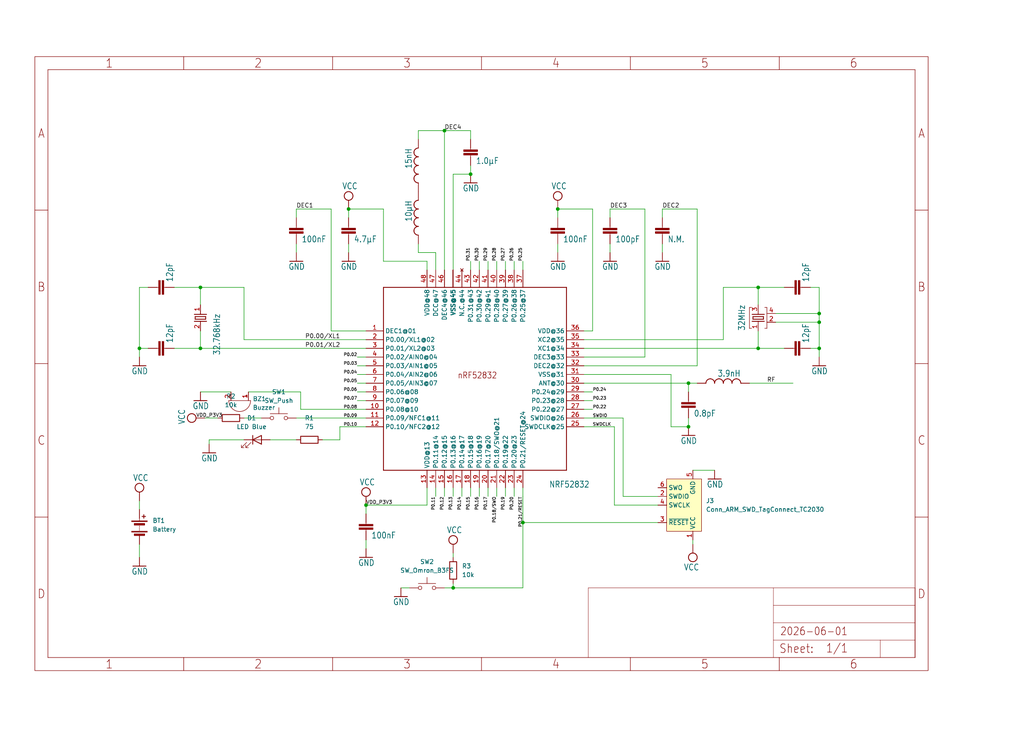
<source format=kicad_sch>
(kicad_sch (version 20230121) (generator eeschema)

  (uuid 34783537-808a-4f5a-a322-63d622554691)

  (paper "User" 298.45 217.322)

  (lib_symbols
    (symbol "Connector:Conn_ARM_SWD_TagConnect_TC2030" (in_bom no) (on_board yes)
      (property "Reference" "J" (at 2.54 11.43 0)
        (effects (font (size 1.27 1.27)))
      )
      (property "Value" "Conn_ARM_SWD_TagConnect_TC2030" (at 5.08 8.89 0)
        (effects (font (size 1.27 1.27)))
      )
      (property "Footprint" "Connector:Tag-Connect_TC2030-IDC-FP_2x03_P1.27mm_Vertical" (at 0 -17.78 0)
        (effects (font (size 1.27 1.27)) hide)
      )
      (property "Datasheet" "https://www.tag-connect.com/wp-content/uploads/bsk-pdf-manager/TC2030-CTX_1.pdf" (at 0 -15.24 0)
        (effects (font (size 1.27 1.27)) hide)
      )
      (property "ki_keywords" "Cortex Debug Connector ARM SWD JTAG" (at 0 0 0)
        (effects (font (size 1.27 1.27)) hide)
      )
      (property "ki_description" "Tag-Connect ARM Cortex SWD JTAG connector, 6 pin" (at 0 0 0)
        (effects (font (size 1.27 1.27)) hide)
      )
      (property "ki_fp_filters" "*TC2030*" (at 0 0 0)
        (effects (font (size 1.27 1.27)) hide)
      )
      (symbol "Conn_ARM_SWD_TagConnect_TC2030_0_0"
        (pin power_in line (at -2.54 10.16 270) (length 2.54)
          (name "VCC" (effects (font (size 1.27 1.27))))
          (number "1" (effects (font (size 1.27 1.27))))
        )
        (pin bidirectional line (at 7.62 -2.54 180) (length 2.54)
          (name "SWDIO" (effects (font (size 1.27 1.27))))
          (number "2" (effects (font (size 1.27 1.27))))
          (alternate "TMS" bidirectional line)
        )
        (pin open_collector line (at 7.62 5.08 180) (length 2.54)
          (name "~{RESET}" (effects (font (size 1.27 1.27))))
          (number "3" (effects (font (size 1.27 1.27))))
        )
        (pin output line (at 7.62 0 180) (length 2.54)
          (name "SWCLK" (effects (font (size 1.27 1.27))))
          (number "4" (effects (font (size 1.27 1.27))))
          (alternate "TCK" output line)
        )
        (pin power_in line (at -2.54 -10.16 90) (length 2.54)
          (name "GND" (effects (font (size 1.27 1.27))))
          (number "5" (effects (font (size 1.27 1.27))))
        )
        (pin input line (at 7.62 -5.08 180) (length 2.54)
          (name "SWO" (effects (font (size 1.27 1.27))))
          (number "6" (effects (font (size 1.27 1.27))))
          (alternate "TDO" input line)
        )
      )
      (symbol "Conn_ARM_SWD_TagConnect_TC2030_0_1"
        (rectangle (start -5.08 7.62) (end 5.08 -7.62)
          (stroke (width 0) (type default))
          (fill (type background))
        )
      )
    )
    (symbol "Device:Battery" (pin_numbers hide) (pin_names (offset 0) hide) (in_bom yes) (on_board yes)
      (property "Reference" "BT" (at 2.54 2.54 0)
        (effects (font (size 1.27 1.27)) (justify left))
      )
      (property "Value" "Battery" (at 2.54 0 0)
        (effects (font (size 1.27 1.27)) (justify left))
      )
      (property "Footprint" "" (at 0 1.524 90)
        (effects (font (size 1.27 1.27)) hide)
      )
      (property "Datasheet" "~" (at 0 1.524 90)
        (effects (font (size 1.27 1.27)) hide)
      )
      (property "ki_keywords" "batt voltage-source cell" (at 0 0 0)
        (effects (font (size 1.27 1.27)) hide)
      )
      (property "ki_description" "Multiple-cell battery" (at 0 0 0)
        (effects (font (size 1.27 1.27)) hide)
      )
      (symbol "Battery_0_1"
        (rectangle (start -2.286 -1.27) (end 2.286 -1.524)
          (stroke (width 0) (type default))
          (fill (type outline))
        )
        (rectangle (start -2.286 1.778) (end 2.286 1.524)
          (stroke (width 0) (type default))
          (fill (type outline))
        )
        (rectangle (start -1.524 -2.032) (end 1.524 -2.54)
          (stroke (width 0) (type default))
          (fill (type outline))
        )
        (rectangle (start -1.524 1.016) (end 1.524 0.508)
          (stroke (width 0) (type default))
          (fill (type outline))
        )
        (polyline
          (pts
            (xy 0 -1.016)
            (xy 0 -0.762)
          )
          (stroke (width 0) (type default))
          (fill (type none))
        )
        (polyline
          (pts
            (xy 0 -0.508)
            (xy 0 -0.254)
          )
          (stroke (width 0) (type default))
          (fill (type none))
        )
        (polyline
          (pts
            (xy 0 0)
            (xy 0 0.254)
          )
          (stroke (width 0) (type default))
          (fill (type none))
        )
        (polyline
          (pts
            (xy 0 1.778)
            (xy 0 2.54)
          )
          (stroke (width 0) (type default))
          (fill (type none))
        )
        (polyline
          (pts
            (xy 0.762 3.048)
            (xy 1.778 3.048)
          )
          (stroke (width 0.254) (type default))
          (fill (type none))
        )
        (polyline
          (pts
            (xy 1.27 3.556)
            (xy 1.27 2.54)
          )
          (stroke (width 0.254) (type default))
          (fill (type none))
        )
      )
      (symbol "Battery_1_1"
        (pin passive line (at 0 5.08 270) (length 2.54)
          (name "+" (effects (font (size 1.27 1.27))))
          (number "1" (effects (font (size 1.27 1.27))))
        )
        (pin passive line (at 0 -5.08 90) (length 2.54)
          (name "-" (effects (font (size 1.27 1.27))))
          (number "2" (effects (font (size 1.27 1.27))))
        )
      )
    )
    (symbol "Device:Buzzer" (pin_names (offset 0.0254) hide) (in_bom yes) (on_board yes)
      (property "Reference" "BZ" (at 3.81 1.27 0)
        (effects (font (size 1.27 1.27)) (justify left))
      )
      (property "Value" "Buzzer" (at 3.81 -1.27 0)
        (effects (font (size 1.27 1.27)) (justify left))
      )
      (property "Footprint" "" (at -0.635 2.54 90)
        (effects (font (size 1.27 1.27)) hide)
      )
      (property "Datasheet" "~" (at -0.635 2.54 90)
        (effects (font (size 1.27 1.27)) hide)
      )
      (property "ki_keywords" "quartz resonator ceramic" (at 0 0 0)
        (effects (font (size 1.27 1.27)) hide)
      )
      (property "ki_description" "Buzzer, polarized" (at 0 0 0)
        (effects (font (size 1.27 1.27)) hide)
      )
      (property "ki_fp_filters" "*Buzzer*" (at 0 0 0)
        (effects (font (size 1.27 1.27)) hide)
      )
      (symbol "Buzzer_0_1"
        (arc (start 0 -3.175) (mid 3.1612 0) (end 0 3.175)
          (stroke (width 0) (type default))
          (fill (type none))
        )
        (polyline
          (pts
            (xy -1.651 1.905)
            (xy -1.143 1.905)
          )
          (stroke (width 0) (type default))
          (fill (type none))
        )
        (polyline
          (pts
            (xy -1.397 2.159)
            (xy -1.397 1.651)
          )
          (stroke (width 0) (type default))
          (fill (type none))
        )
        (polyline
          (pts
            (xy 0 3.175)
            (xy 0 -3.175)
          )
          (stroke (width 0) (type default))
          (fill (type none))
        )
      )
      (symbol "Buzzer_1_1"
        (pin passive line (at -2.54 2.54 0) (length 2.54)
          (name "-" (effects (font (size 1.27 1.27))))
          (number "1" (effects (font (size 1.27 1.27))))
        )
        (pin passive line (at -2.54 -2.54 0) (length 2.54)
          (name "+" (effects (font (size 1.27 1.27))))
          (number "2" (effects (font (size 1.27 1.27))))
        )
      )
    )
    (symbol "Device:LED" (pin_numbers hide) (pin_names (offset 1.016) hide) (in_bom yes) (on_board yes)
      (property "Reference" "D" (at 0 2.54 0)
        (effects (font (size 1.27 1.27)))
      )
      (property "Value" "LED" (at 0 -2.54 0)
        (effects (font (size 1.27 1.27)))
      )
      (property "Footprint" "" (at 0 0 0)
        (effects (font (size 1.27 1.27)) hide)
      )
      (property "Datasheet" "~" (at 0 0 0)
        (effects (font (size 1.27 1.27)) hide)
      )
      (property "ki_keywords" "LED diode" (at 0 0 0)
        (effects (font (size 1.27 1.27)) hide)
      )
      (property "ki_description" "Light emitting diode" (at 0 0 0)
        (effects (font (size 1.27 1.27)) hide)
      )
      (property "ki_fp_filters" "LED* LED_SMD:* LED_THT:*" (at 0 0 0)
        (effects (font (size 1.27 1.27)) hide)
      )
      (symbol "LED_0_1"
        (polyline
          (pts
            (xy -1.27 -1.27)
            (xy -1.27 1.27)
          )
          (stroke (width 0.254) (type default))
          (fill (type none))
        )
        (polyline
          (pts
            (xy -1.27 0)
            (xy 1.27 0)
          )
          (stroke (width 0) (type default))
          (fill (type none))
        )
        (polyline
          (pts
            (xy 1.27 -1.27)
            (xy 1.27 1.27)
            (xy -1.27 0)
            (xy 1.27 -1.27)
          )
          (stroke (width 0.254) (type default))
          (fill (type none))
        )
        (polyline
          (pts
            (xy -3.048 -0.762)
            (xy -4.572 -2.286)
            (xy -3.81 -2.286)
            (xy -4.572 -2.286)
            (xy -4.572 -1.524)
          )
          (stroke (width 0) (type default))
          (fill (type none))
        )
        (polyline
          (pts
            (xy -1.778 -0.762)
            (xy -3.302 -2.286)
            (xy -2.54 -2.286)
            (xy -3.302 -2.286)
            (xy -3.302 -1.524)
          )
          (stroke (width 0) (type default))
          (fill (type none))
        )
      )
      (symbol "LED_1_1"
        (pin passive line (at -3.81 0 0) (length 2.54)
          (name "K" (effects (font (size 1.27 1.27))))
          (number "1" (effects (font (size 1.27 1.27))))
        )
        (pin passive line (at 3.81 0 180) (length 2.54)
          (name "A" (effects (font (size 1.27 1.27))))
          (number "2" (effects (font (size 1.27 1.27))))
        )
      )
    )
    (symbol "Device:R" (pin_numbers hide) (pin_names (offset 0)) (in_bom yes) (on_board yes)
      (property "Reference" "R" (at 2.032 0 90)
        (effects (font (size 1.27 1.27)))
      )
      (property "Value" "R" (at 0 0 90)
        (effects (font (size 1.27 1.27)))
      )
      (property "Footprint" "" (at -1.778 0 90)
        (effects (font (size 1.27 1.27)) hide)
      )
      (property "Datasheet" "~" (at 0 0 0)
        (effects (font (size 1.27 1.27)) hide)
      )
      (property "ki_keywords" "R res resistor" (at 0 0 0)
        (effects (font (size 1.27 1.27)) hide)
      )
      (property "ki_description" "Resistor" (at 0 0 0)
        (effects (font (size 1.27 1.27)) hide)
      )
      (property "ki_fp_filters" "R_*" (at 0 0 0)
        (effects (font (size 1.27 1.27)) hide)
      )
      (symbol "R_0_1"
        (rectangle (start -1.016 -2.54) (end 1.016 2.54)
          (stroke (width 0.254) (type default))
          (fill (type none))
        )
      )
      (symbol "R_1_1"
        (pin passive line (at 0 3.81 270) (length 1.27)
          (name "~" (effects (font (size 1.27 1.27))))
          (number "1" (effects (font (size 1.27 1.27))))
        )
        (pin passive line (at 0 -3.81 90) (length 1.27)
          (name "~" (effects (font (size 1.27 1.27))))
          (number "2" (effects (font (size 1.27 1.27))))
        )
      )
    )
    (symbol "Switch:SW_Omron_B3FS" (pin_numbers hide) (pin_names (offset 1.016) hide) (in_bom yes) (on_board yes)
      (property "Reference" "SW" (at 1.27 2.54 0)
        (effects (font (size 1.27 1.27)) (justify left))
      )
      (property "Value" "SW_Omron_B3FS" (at 0 -1.524 0)
        (effects (font (size 1.27 1.27)))
      )
      (property "Footprint" "" (at 0 5.08 0)
        (effects (font (size 1.27 1.27)) hide)
      )
      (property "Datasheet" "https://omronfs.omron.com/en_US/ecb/products/pdf/en-b3fs.pdf" (at 0 5.08 0)
        (effects (font (size 1.27 1.27)) hide)
      )
      (property "ki_keywords" "switch normally-open pushbutton push-button" (at 0 0 0)
        (effects (font (size 1.27 1.27)) hide)
      )
      (property "ki_description" "Omron B3FS 6x6mm single pole normally-open tactile switch" (at 0 0 0)
        (effects (font (size 1.27 1.27)) hide)
      )
      (property "ki_fp_filters" "SW*Omron*B3FS*" (at 0 0 0)
        (effects (font (size 1.27 1.27)) hide)
      )
      (symbol "SW_Omron_B3FS_0_1"
        (circle (center -2.032 0) (radius 0.508)
          (stroke (width 0) (type default))
          (fill (type none))
        )
        (polyline
          (pts
            (xy 0 1.27)
            (xy 0 3.048)
          )
          (stroke (width 0) (type default))
          (fill (type none))
        )
        (polyline
          (pts
            (xy 2.54 1.27)
            (xy -2.54 1.27)
          )
          (stroke (width 0) (type default))
          (fill (type none))
        )
        (circle (center 2.032 0) (radius 0.508)
          (stroke (width 0) (type default))
          (fill (type none))
        )
        (pin passive line (at -5.08 0 0) (length 2.54)
          (name "1" (effects (font (size 1.27 1.27))))
          (number "1" (effects (font (size 1.27 1.27))))
        )
        (pin passive line (at 5.08 0 180) (length 2.54)
          (name "2" (effects (font (size 1.27 1.27))))
          (number "2" (effects (font (size 1.27 1.27))))
        )
      )
    )
    (symbol "Switch:SW_Push" (pin_numbers hide) (pin_names (offset 1.016) hide) (in_bom yes) (on_board yes)
      (property "Reference" "SW" (at 1.27 2.54 0)
        (effects (font (size 1.27 1.27)) (justify left))
      )
      (property "Value" "SW_Push" (at 0 -1.524 0)
        (effects (font (size 1.27 1.27)))
      )
      (property "Footprint" "" (at 0 5.08 0)
        (effects (font (size 1.27 1.27)) hide)
      )
      (property "Datasheet" "~" (at 0 5.08 0)
        (effects (font (size 1.27 1.27)) hide)
      )
      (property "ki_keywords" "switch normally-open pushbutton push-button" (at 0 0 0)
        (effects (font (size 1.27 1.27)) hide)
      )
      (property "ki_description" "Push button switch, generic, two pins" (at 0 0 0)
        (effects (font (size 1.27 1.27)) hide)
      )
      (symbol "SW_Push_0_1"
        (circle (center -2.032 0) (radius 0.508)
          (stroke (width 0) (type default))
          (fill (type none))
        )
        (polyline
          (pts
            (xy 0 1.27)
            (xy 0 3.048)
          )
          (stroke (width 0) (type default))
          (fill (type none))
        )
        (polyline
          (pts
            (xy 2.54 1.27)
            (xy -2.54 1.27)
          )
          (stroke (width 0) (type default))
          (fill (type none))
        )
        (circle (center 2.032 0) (radius 0.508)
          (stroke (width 0) (type default))
          (fill (type none))
        )
        (pin passive line (at -5.08 0 0) (length 2.54)
          (name "1" (effects (font (size 1.27 1.27))))
          (number "1" (effects (font (size 1.27 1.27))))
        )
        (pin passive line (at 5.08 0 180) (length 2.54)
          (name "2" (effects (font (size 1.27 1.27))))
          (number "2" (effects (font (size 1.27 1.27))))
        )
      )
    )
    (symbol "keyfinder_new-eagle-import:A4L-LOC" (in_bom yes) (on_board yes)
      (property "Reference" "#FRAME" (at 0 0 0)
        (effects (font (size 1.27 1.27)) hide)
      )
      (property "Value" "" (at 0 0 0)
        (effects (font (size 1.27 1.27)) hide)
      )
      (property "Footprint" "" (at 0 0 0)
        (effects (font (size 1.27 1.27)) hide)
      )
      (property "Datasheet" "" (at 0 0 0)
        (effects (font (size 1.27 1.27)) hide)
      )
      (property "ki_locked" "" (at 0 0 0)
        (effects (font (size 1.27 1.27)))
      )
      (symbol "A4L-LOC_1_0"
        (polyline
          (pts
            (xy 0 44.7675)
            (xy 3.81 44.7675)
          )
          (stroke (width 0) (type default))
          (fill (type none))
        )
        (polyline
          (pts
            (xy 0 89.535)
            (xy 3.81 89.535)
          )
          (stroke (width 0) (type default))
          (fill (type none))
        )
        (polyline
          (pts
            (xy 0 134.3025)
            (xy 3.81 134.3025)
          )
          (stroke (width 0) (type default))
          (fill (type none))
        )
        (polyline
          (pts
            (xy 3.81 3.81)
            (xy 3.81 175.26)
          )
          (stroke (width 0) (type default))
          (fill (type none))
        )
        (polyline
          (pts
            (xy 43.3917 0)
            (xy 43.3917 3.81)
          )
          (stroke (width 0) (type default))
          (fill (type none))
        )
        (polyline
          (pts
            (xy 43.3917 175.26)
            (xy 43.3917 179.07)
          )
          (stroke (width 0) (type default))
          (fill (type none))
        )
        (polyline
          (pts
            (xy 86.7833 0)
            (xy 86.7833 3.81)
          )
          (stroke (width 0) (type default))
          (fill (type none))
        )
        (polyline
          (pts
            (xy 86.7833 175.26)
            (xy 86.7833 179.07)
          )
          (stroke (width 0) (type default))
          (fill (type none))
        )
        (polyline
          (pts
            (xy 130.175 0)
            (xy 130.175 3.81)
          )
          (stroke (width 0) (type default))
          (fill (type none))
        )
        (polyline
          (pts
            (xy 130.175 175.26)
            (xy 130.175 179.07)
          )
          (stroke (width 0) (type default))
          (fill (type none))
        )
        (polyline
          (pts
            (xy 161.29 3.81)
            (xy 161.29 24.13)
          )
          (stroke (width 0.1016) (type solid))
          (fill (type none))
        )
        (polyline
          (pts
            (xy 161.29 24.13)
            (xy 215.265 24.13)
          )
          (stroke (width 0.1016) (type solid))
          (fill (type none))
        )
        (polyline
          (pts
            (xy 173.5667 0)
            (xy 173.5667 3.81)
          )
          (stroke (width 0) (type default))
          (fill (type none))
        )
        (polyline
          (pts
            (xy 173.5667 175.26)
            (xy 173.5667 179.07)
          )
          (stroke (width 0) (type default))
          (fill (type none))
        )
        (polyline
          (pts
            (xy 215.265 8.89)
            (xy 215.265 3.81)
          )
          (stroke (width 0.1016) (type solid))
          (fill (type none))
        )
        (polyline
          (pts
            (xy 215.265 8.89)
            (xy 215.265 13.97)
          )
          (stroke (width 0.1016) (type solid))
          (fill (type none))
        )
        (polyline
          (pts
            (xy 215.265 13.97)
            (xy 215.265 19.05)
          )
          (stroke (width 0.1016) (type solid))
          (fill (type none))
        )
        (polyline
          (pts
            (xy 215.265 13.97)
            (xy 256.54 13.97)
          )
          (stroke (width 0.1016) (type solid))
          (fill (type none))
        )
        (polyline
          (pts
            (xy 215.265 19.05)
            (xy 215.265 24.13)
          )
          (stroke (width 0.1016) (type solid))
          (fill (type none))
        )
        (polyline
          (pts
            (xy 215.265 19.05)
            (xy 256.54 19.05)
          )
          (stroke (width 0.1016) (type solid))
          (fill (type none))
        )
        (polyline
          (pts
            (xy 215.265 24.13)
            (xy 256.54 24.13)
          )
          (stroke (width 0.1016) (type solid))
          (fill (type none))
        )
        (polyline
          (pts
            (xy 216.9583 0)
            (xy 216.9583 3.81)
          )
          (stroke (width 0) (type default))
          (fill (type none))
        )
        (polyline
          (pts
            (xy 216.9583 175.26)
            (xy 216.9583 179.07)
          )
          (stroke (width 0) (type default))
          (fill (type none))
        )
        (polyline
          (pts
            (xy 246.38 3.81)
            (xy 246.38 8.89)
          )
          (stroke (width 0.1016) (type solid))
          (fill (type none))
        )
        (polyline
          (pts
            (xy 246.38 8.89)
            (xy 215.265 8.89)
          )
          (stroke (width 0.1016) (type solid))
          (fill (type none))
        )
        (polyline
          (pts
            (xy 246.38 8.89)
            (xy 256.54 8.89)
          )
          (stroke (width 0.1016) (type solid))
          (fill (type none))
        )
        (polyline
          (pts
            (xy 256.54 3.81)
            (xy 3.81 3.81)
          )
          (stroke (width 0) (type default))
          (fill (type none))
        )
        (polyline
          (pts
            (xy 256.54 3.81)
            (xy 256.54 8.89)
          )
          (stroke (width 0.1016) (type solid))
          (fill (type none))
        )
        (polyline
          (pts
            (xy 256.54 3.81)
            (xy 256.54 175.26)
          )
          (stroke (width 0) (type default))
          (fill (type none))
        )
        (polyline
          (pts
            (xy 256.54 8.89)
            (xy 256.54 13.97)
          )
          (stroke (width 0.1016) (type solid))
          (fill (type none))
        )
        (polyline
          (pts
            (xy 256.54 13.97)
            (xy 256.54 19.05)
          )
          (stroke (width 0.1016) (type solid))
          (fill (type none))
        )
        (polyline
          (pts
            (xy 256.54 19.05)
            (xy 256.54 24.13)
          )
          (stroke (width 0.1016) (type solid))
          (fill (type none))
        )
        (polyline
          (pts
            (xy 256.54 44.7675)
            (xy 260.35 44.7675)
          )
          (stroke (width 0) (type default))
          (fill (type none))
        )
        (polyline
          (pts
            (xy 256.54 89.535)
            (xy 260.35 89.535)
          )
          (stroke (width 0) (type default))
          (fill (type none))
        )
        (polyline
          (pts
            (xy 256.54 134.3025)
            (xy 260.35 134.3025)
          )
          (stroke (width 0) (type default))
          (fill (type none))
        )
        (polyline
          (pts
            (xy 256.54 175.26)
            (xy 3.81 175.26)
          )
          (stroke (width 0) (type default))
          (fill (type none))
        )
        (polyline
          (pts
            (xy 0 0)
            (xy 260.35 0)
            (xy 260.35 179.07)
            (xy 0 179.07)
            (xy 0 0)
          )
          (stroke (width 0) (type default))
          (fill (type none))
        )
        (text "${#}/${##}" (at 230.505 5.08 0)
          (effects (font (size 2.54 2.159)) (justify left bottom))
        )
        (text "${CURRENT_DATE}" (at 217.17 10.16 0)
          (effects (font (size 2.286 1.9431)) (justify left bottom))
        )
        (text "${PROJECTNAME}" (at 217.17 15.24 0)
          (effects (font (size 2.54 2.159)) (justify left bottom))
        )
        (text "1" (at 21.6958 1.905 0)
          (effects (font (size 2.54 2.286)))
        )
        (text "1" (at 21.6958 177.165 0)
          (effects (font (size 2.54 2.286)))
        )
        (text "2" (at 65.0875 1.905 0)
          (effects (font (size 2.54 2.286)))
        )
        (text "2" (at 65.0875 177.165 0)
          (effects (font (size 2.54 2.286)))
        )
        (text "3" (at 108.4792 1.905 0)
          (effects (font (size 2.54 2.286)))
        )
        (text "3" (at 108.4792 177.165 0)
          (effects (font (size 2.54 2.286)))
        )
        (text "4" (at 151.8708 1.905 0)
          (effects (font (size 2.54 2.286)))
        )
        (text "4" (at 151.8708 177.165 0)
          (effects (font (size 2.54 2.286)))
        )
        (text "5" (at 195.2625 1.905 0)
          (effects (font (size 2.54 2.286)))
        )
        (text "5" (at 195.2625 177.165 0)
          (effects (font (size 2.54 2.286)))
        )
        (text "6" (at 238.6542 1.905 0)
          (effects (font (size 2.54 2.286)))
        )
        (text "6" (at 238.6542 177.165 0)
          (effects (font (size 2.54 2.286)))
        )
        (text "A" (at 1.905 156.6863 0)
          (effects (font (size 2.54 2.286)))
        )
        (text "A" (at 258.445 156.6863 0)
          (effects (font (size 2.54 2.286)))
        )
        (text "B" (at 1.905 111.9188 0)
          (effects (font (size 2.54 2.286)))
        )
        (text "B" (at 258.445 111.9188 0)
          (effects (font (size 2.54 2.286)))
        )
        (text "C" (at 1.905 67.1513 0)
          (effects (font (size 2.54 2.286)))
        )
        (text "C" (at 258.445 67.1513 0)
          (effects (font (size 2.54 2.286)))
        )
        (text "D" (at 1.905 22.3838 0)
          (effects (font (size 2.54 2.286)))
        )
        (text "D" (at 258.445 22.3838 0)
          (effects (font (size 2.54 2.286)))
        )
        (text "Sheet:" (at 216.916 4.953 0)
          (effects (font (size 2.54 2.159)) (justify left bottom))
        )
      )
    )
    (symbol "keyfinder_new-eagle-import:CAPACITOR_0402_N" (in_bom yes) (on_board yes)
      (property "Reference" "" (at 1.524 0.381 0)
        (effects (font (size 1.778 1.5113)) (justify left bottom) hide)
      )
      (property "Value" "" (at 1.524 -4.699 0)
        (effects (font (size 1.778 1.5113)) (justify left bottom))
      )
      (property "Footprint" "keyfinder_new:RESC0402_N" (at 0 0 0)
        (effects (font (size 1.27 1.27)) hide)
      )
      (property "Datasheet" "" (at 0 0 0)
        (effects (font (size 1.27 1.27)) hide)
      )
      (property "ki_locked" "" (at 0 0 0)
        (effects (font (size 1.27 1.27)))
      )
      (symbol "CAPACITOR_0402_N_1_0"
        (rectangle (start -2.032 -2.032) (end 2.032 -1.524)
          (stroke (width 0) (type default))
          (fill (type outline))
        )
        (rectangle (start -2.032 -1.016) (end 2.032 -0.508)
          (stroke (width 0) (type default))
          (fill (type outline))
        )
        (polyline
          (pts
            (xy 0 -2.54)
            (xy 0 -2.032)
          )
          (stroke (width 0.1524) (type solid))
          (fill (type none))
        )
        (polyline
          (pts
            (xy 0 0)
            (xy 0 -0.508)
          )
          (stroke (width 0.1524) (type solid))
          (fill (type none))
        )
        (pin passive line (at 0 2.54 270) (length 2.54)
          (name "1" (effects (font (size 0 0))))
          (number "1" (effects (font (size 0 0))))
        )
        (pin passive line (at 0 -5.08 90) (length 2.54)
          (name "2" (effects (font (size 0 0))))
          (number "2" (effects (font (size 0 0))))
        )
      )
    )
    (symbol "keyfinder_new-eagle-import:CAPACITOR_0603_N" (in_bom yes) (on_board yes)
      (property "Reference" "" (at 1.524 0.381 0)
        (effects (font (size 1.778 1.5113)) (justify left bottom) hide)
      )
      (property "Value" "" (at 1.524 -4.699 0)
        (effects (font (size 1.778 1.5113)) (justify left bottom))
      )
      (property "Footprint" "keyfinder_new:RESC0603_N" (at 0 0 0)
        (effects (font (size 1.27 1.27)) hide)
      )
      (property "Datasheet" "" (at 0 0 0)
        (effects (font (size 1.27 1.27)) hide)
      )
      (property "ki_locked" "" (at 0 0 0)
        (effects (font (size 1.27 1.27)))
      )
      (symbol "CAPACITOR_0603_N_1_0"
        (rectangle (start -2.032 -2.032) (end 2.032 -1.524)
          (stroke (width 0) (type default))
          (fill (type outline))
        )
        (rectangle (start -2.032 -1.016) (end 2.032 -0.508)
          (stroke (width 0) (type default))
          (fill (type outline))
        )
        (polyline
          (pts
            (xy 0 -2.54)
            (xy 0 -2.032)
          )
          (stroke (width 0.1524) (type solid))
          (fill (type none))
        )
        (polyline
          (pts
            (xy 0 0)
            (xy 0 -0.508)
          )
          (stroke (width 0.1524) (type solid))
          (fill (type none))
        )
        (pin passive line (at 0 2.54 270) (length 2.54)
          (name "1" (effects (font (size 0 0))))
          (number "1" (effects (font (size 0 0))))
        )
        (pin passive line (at 0 -5.08 90) (length 2.54)
          (name "2" (effects (font (size 0 0))))
          (number "2" (effects (font (size 0 0))))
        )
      )
    )
    (symbol "keyfinder_new-eagle-import:GND" (power) (in_bom yes) (on_board yes)
      (property "Reference" "#GND" (at 0 0 0)
        (effects (font (size 1.27 1.27)) hide)
      )
      (property "Value" "GND" (at -2.54 -2.54 0)
        (effects (font (size 1.778 1.5113)) (justify left bottom))
      )
      (property "Footprint" "" (at 0 0 0)
        (effects (font (size 1.27 1.27)) hide)
      )
      (property "Datasheet" "" (at 0 0 0)
        (effects (font (size 1.27 1.27)) hide)
      )
      (property "ki_locked" "" (at 0 0 0)
        (effects (font (size 1.27 1.27)))
      )
      (symbol "GND_1_0"
        (polyline
          (pts
            (xy -1.905 0)
            (xy 1.905 0)
          )
          (stroke (width 0.254) (type solid))
          (fill (type none))
        )
        (pin power_in line (at 0 2.54 270) (length 2.54)
          (name "GND" (effects (font (size 0 0))))
          (number "1" (effects (font (size 0 0))))
        )
      )
    )
    (symbol "keyfinder_new-eagle-import:INDUCTOR_0402_N" (in_bom yes) (on_board yes)
      (property "Reference" "" (at -1.27 -5.08 90)
        (effects (font (size 1.778 1.5113)) (justify left bottom) hide)
      )
      (property "Value" "" (at 3.81 -5.08 90)
        (effects (font (size 1.778 1.5113)) (justify left bottom))
      )
      (property "Footprint" "keyfinder_new:RESC0402_N" (at 0 0 0)
        (effects (font (size 1.27 1.27)) hide)
      )
      (property "Datasheet" "" (at 0 0 0)
        (effects (font (size 1.27 1.27)) hide)
      )
      (property "ki_locked" "" (at 0 0 0)
        (effects (font (size 1.27 1.27)))
      )
      (symbol "INDUCTOR_0402_N_1_0"
        (arc (start 0 -5.08) (mid 0.898 -4.708) (end 1.27 -3.81)
          (stroke (width 0.254) (type solid))
          (fill (type none))
        )
        (arc (start 0 -2.54) (mid 0.898 -2.168) (end 1.27 -1.27)
          (stroke (width 0.254) (type solid))
          (fill (type none))
        )
        (arc (start 0 0) (mid 0.898 0.372) (end 1.27 1.27)
          (stroke (width 0.254) (type solid))
          (fill (type none))
        )
        (arc (start 0 2.54) (mid 0.898 2.912) (end 1.27 3.81)
          (stroke (width 0.254) (type solid))
          (fill (type none))
        )
        (arc (start 1.27 -3.81) (mid 0.898 -2.912) (end 0 -2.54)
          (stroke (width 0.254) (type solid))
          (fill (type none))
        )
        (arc (start 1.27 -1.27) (mid 0.898 -0.372) (end 0 0)
          (stroke (width 0.254) (type solid))
          (fill (type none))
        )
        (arc (start 1.27 1.27) (mid 0.898 2.168) (end 0 2.54)
          (stroke (width 0.254) (type solid))
          (fill (type none))
        )
        (arc (start 1.27 3.81) (mid 0.898 4.708) (end 0 5.08)
          (stroke (width 0.254) (type solid))
          (fill (type none))
        )
        (pin passive line (at 0 7.62 270) (length 2.54)
          (name "1" (effects (font (size 0 0))))
          (number "1" (effects (font (size 0 0))))
        )
        (pin passive line (at 0 -7.62 90) (length 2.54)
          (name "2" (effects (font (size 0 0))))
          (number "2" (effects (font (size 0 0))))
        )
      )
    )
    (symbol "keyfinder_new-eagle-import:INDUCTOR_0603_N" (in_bom yes) (on_board yes)
      (property "Reference" "" (at -1.27 -5.08 90)
        (effects (font (size 1.778 1.5113)) (justify left bottom) hide)
      )
      (property "Value" "" (at 3.81 -5.08 90)
        (effects (font (size 1.778 1.5113)) (justify left bottom))
      )
      (property "Footprint" "keyfinder_new:RESC0603_N" (at 0 0 0)
        (effects (font (size 1.27 1.27)) hide)
      )
      (property "Datasheet" "" (at 0 0 0)
        (effects (font (size 1.27 1.27)) hide)
      )
      (property "ki_locked" "" (at 0 0 0)
        (effects (font (size 1.27 1.27)))
      )
      (symbol "INDUCTOR_0603_N_1_0"
        (arc (start 0 -5.08) (mid 0.898 -4.708) (end 1.27 -3.81)
          (stroke (width 0.254) (type solid))
          (fill (type none))
        )
        (arc (start 0 -2.54) (mid 0.898 -2.168) (end 1.27 -1.27)
          (stroke (width 0.254) (type solid))
          (fill (type none))
        )
        (arc (start 0 0) (mid 0.898 0.372) (end 1.27 1.27)
          (stroke (width 0.254) (type solid))
          (fill (type none))
        )
        (arc (start 0 2.54) (mid 0.898 2.912) (end 1.27 3.81)
          (stroke (width 0.254) (type solid))
          (fill (type none))
        )
        (arc (start 1.27 -3.81) (mid 0.898 -2.912) (end 0 -2.54)
          (stroke (width 0.254) (type solid))
          (fill (type none))
        )
        (arc (start 1.27 -1.27) (mid 0.898 -0.372) (end 0 0)
          (stroke (width 0.254) (type solid))
          (fill (type none))
        )
        (arc (start 1.27 1.27) (mid 0.898 2.168) (end 0 2.54)
          (stroke (width 0.254) (type solid))
          (fill (type none))
        )
        (arc (start 1.27 3.81) (mid 0.898 4.708) (end 0 5.08)
          (stroke (width 0.254) (type solid))
          (fill (type none))
        )
        (pin passive line (at 0 7.62 270) (length 2.54)
          (name "1" (effects (font (size 0 0))))
          (number "1" (effects (font (size 0 0))))
        )
        (pin passive line (at 0 -7.62 90) (length 2.54)
          (name "2" (effects (font (size 0 0))))
          (number "2" (effects (font (size 0 0))))
        )
      )
    )
    (symbol "keyfinder_new-eagle-import:NRF52832" (in_bom yes) (on_board yes)
      (property "Reference" "" (at 48.26 -2.54 0)
        (effects (font (size 1.778 1.5113)) (justify left bottom) hide)
      )
      (property "Value" "" (at 48.26 -5.08 0)
        (effects (font (size 1.778 1.5113)) (justify left bottom))
      )
      (property "Footprint" "keyfinder_new:QFN40P600X600X90-48_N" (at 0 0 0)
        (effects (font (size 1.27 1.27)) hide)
      )
      (property "Datasheet" "" (at 0 0 0)
        (effects (font (size 1.27 1.27)) hide)
      )
      (property "ki_locked" "" (at 0 0 0)
        (effects (font (size 1.27 1.27)))
      )
      (symbol "NRF52832_1_0"
        (polyline
          (pts
            (xy 0 0)
            (xy 0 53.34)
          )
          (stroke (width 0.254) (type solid))
          (fill (type none))
        )
        (polyline
          (pts
            (xy 0 53.34)
            (xy 53.34 53.34)
          )
          (stroke (width 0.254) (type solid))
          (fill (type none))
        )
        (polyline
          (pts
            (xy 53.34 0)
            (xy 0 0)
          )
          (stroke (width 0.254) (type solid))
          (fill (type none))
        )
        (polyline
          (pts
            (xy 53.34 53.34)
            (xy 53.34 0)
          )
          (stroke (width 0.254) (type solid))
          (fill (type none))
        )
        (text "nRF52832" (at 21.59 26.67 0)
          (effects (font (size 1.778 1.5113)) (justify left bottom))
        )
        (pin power_in line (at -5.08 40.64 0) (length 5.08)
          (name "DEC1@01" (effects (font (size 1.27 1.27))))
          (number "1" (effects (font (size 1.27 1.27))))
        )
        (pin bidirectional line (at -5.08 17.78 0) (length 5.08)
          (name "P0.08@10" (effects (font (size 1.27 1.27))))
          (number "10" (effects (font (size 1.27 1.27))))
        )
        (pin bidirectional line (at -5.08 15.24 0) (length 5.08)
          (name "P0.09/NFC1@11" (effects (font (size 1.27 1.27))))
          (number "11" (effects (font (size 1.27 1.27))))
        )
        (pin bidirectional line (at -5.08 12.7 0) (length 5.08)
          (name "P0.10/NFC2@12" (effects (font (size 1.27 1.27))))
          (number "12" (effects (font (size 1.27 1.27))))
        )
        (pin power_in line (at 12.7 -5.08 90) (length 5.08)
          (name "VDD@13" (effects (font (size 1.27 1.27))))
          (number "13" (effects (font (size 1.27 1.27))))
        )
        (pin bidirectional line (at 15.24 -5.08 90) (length 5.08)
          (name "P0.11@14" (effects (font (size 1.27 1.27))))
          (number "14" (effects (font (size 1.27 1.27))))
        )
        (pin bidirectional line (at 17.78 -5.08 90) (length 5.08)
          (name "P0.12@15" (effects (font (size 1.27 1.27))))
          (number "15" (effects (font (size 1.27 1.27))))
        )
        (pin bidirectional line (at 20.32 -5.08 90) (length 5.08)
          (name "P0.13@16" (effects (font (size 1.27 1.27))))
          (number "16" (effects (font (size 1.27 1.27))))
        )
        (pin bidirectional line (at 22.86 -5.08 90) (length 5.08)
          (name "P0.14@17" (effects (font (size 1.27 1.27))))
          (number "17" (effects (font (size 1.27 1.27))))
        )
        (pin bidirectional line (at 25.4 -5.08 90) (length 5.08)
          (name "P0.15@18" (effects (font (size 1.27 1.27))))
          (number "18" (effects (font (size 1.27 1.27))))
        )
        (pin bidirectional line (at 27.94 -5.08 90) (length 5.08)
          (name "P0.16@19" (effects (font (size 1.27 1.27))))
          (number "19" (effects (font (size 1.27 1.27))))
        )
        (pin bidirectional line (at -5.08 38.1 0) (length 5.08)
          (name "P0.00/XL1@02" (effects (font (size 1.27 1.27))))
          (number "2" (effects (font (size 1.27 1.27))))
        )
        (pin bidirectional line (at 30.48 -5.08 90) (length 5.08)
          (name "P0.17@20" (effects (font (size 1.27 1.27))))
          (number "20" (effects (font (size 1.27 1.27))))
        )
        (pin bidirectional line (at 33.02 -5.08 90) (length 5.08)
          (name "P0.18/SWO@21" (effects (font (size 1.27 1.27))))
          (number "21" (effects (font (size 1.27 1.27))))
        )
        (pin bidirectional line (at 35.56 -5.08 90) (length 5.08)
          (name "P0.19@22" (effects (font (size 1.27 1.27))))
          (number "22" (effects (font (size 1.27 1.27))))
        )
        (pin bidirectional line (at 38.1 -5.08 90) (length 5.08)
          (name "P0.20@23" (effects (font (size 1.27 1.27))))
          (number "23" (effects (font (size 1.27 1.27))))
        )
        (pin bidirectional line (at 40.64 -5.08 90) (length 5.08)
          (name "P0.21/RESET@24" (effects (font (size 1.27 1.27))))
          (number "24" (effects (font (size 1.27 1.27))))
        )
        (pin input line (at 58.42 12.7 180) (length 5.08)
          (name "SWDCLK@25" (effects (font (size 1.27 1.27))))
          (number "25" (effects (font (size 1.27 1.27))))
        )
        (pin bidirectional line (at 58.42 15.24 180) (length 5.08)
          (name "SWDIO@26" (effects (font (size 1.27 1.27))))
          (number "26" (effects (font (size 1.27 1.27))))
        )
        (pin bidirectional line (at 58.42 17.78 180) (length 5.08)
          (name "P0.22@27" (effects (font (size 1.27 1.27))))
          (number "27" (effects (font (size 1.27 1.27))))
        )
        (pin bidirectional line (at 58.42 20.32 180) (length 5.08)
          (name "P0.23@28" (effects (font (size 1.27 1.27))))
          (number "28" (effects (font (size 1.27 1.27))))
        )
        (pin bidirectional line (at 58.42 22.86 180) (length 5.08)
          (name "P0.24@29" (effects (font (size 1.27 1.27))))
          (number "29" (effects (font (size 1.27 1.27))))
        )
        (pin bidirectional line (at -5.08 35.56 0) (length 5.08)
          (name "P0.01/XL2@03" (effects (font (size 1.27 1.27))))
          (number "3" (effects (font (size 1.27 1.27))))
        )
        (pin bidirectional line (at 58.42 25.4 180) (length 5.08)
          (name "ANT@30" (effects (font (size 1.27 1.27))))
          (number "30" (effects (font (size 1.27 1.27))))
        )
        (pin bidirectional line (at 58.42 27.94 180) (length 5.08)
          (name "VSS@31" (effects (font (size 1.27 1.27))))
          (number "31" (effects (font (size 1.27 1.27))))
        )
        (pin bidirectional line (at 58.42 30.48 180) (length 5.08)
          (name "DEC2@32" (effects (font (size 1.27 1.27))))
          (number "32" (effects (font (size 1.27 1.27))))
        )
        (pin bidirectional line (at 58.42 33.02 180) (length 5.08)
          (name "DEC3@33" (effects (font (size 1.27 1.27))))
          (number "33" (effects (font (size 1.27 1.27))))
        )
        (pin input line (at 58.42 35.56 180) (length 5.08)
          (name "XC1@34" (effects (font (size 1.27 1.27))))
          (number "34" (effects (font (size 1.27 1.27))))
        )
        (pin output line (at 58.42 38.1 180) (length 5.08)
          (name "XC2@35" (effects (font (size 1.27 1.27))))
          (number "35" (effects (font (size 1.27 1.27))))
        )
        (pin power_in line (at 58.42 40.64 180) (length 5.08)
          (name "VDD@36" (effects (font (size 1.27 1.27))))
          (number "36" (effects (font (size 1.27 1.27))))
        )
        (pin bidirectional line (at 40.64 58.42 270) (length 5.08)
          (name "P0.25@37" (effects (font (size 1.27 1.27))))
          (number "37" (effects (font (size 1.27 1.27))))
        )
        (pin bidirectional line (at 38.1 58.42 270) (length 5.08)
          (name "P0.26@38" (effects (font (size 1.27 1.27))))
          (number "38" (effects (font (size 1.27 1.27))))
        )
        (pin bidirectional line (at 35.56 58.42 270) (length 5.08)
          (name "P0.27@39" (effects (font (size 1.27 1.27))))
          (number "39" (effects (font (size 1.27 1.27))))
        )
        (pin bidirectional line (at -5.08 33.02 0) (length 5.08)
          (name "P0.02/AIN0@04" (effects (font (size 1.27 1.27))))
          (number "4" (effects (font (size 1.27 1.27))))
        )
        (pin bidirectional line (at 33.02 58.42 270) (length 5.08)
          (name "P0.28@40" (effects (font (size 1.27 1.27))))
          (number "40" (effects (font (size 1.27 1.27))))
        )
        (pin bidirectional line (at 30.48 58.42 270) (length 5.08)
          (name "P0.29@41" (effects (font (size 1.27 1.27))))
          (number "41" (effects (font (size 1.27 1.27))))
        )
        (pin bidirectional line (at 27.94 58.42 270) (length 5.08)
          (name "P0.30@42" (effects (font (size 1.27 1.27))))
          (number "42" (effects (font (size 1.27 1.27))))
        )
        (pin bidirectional line (at 25.4 58.42 270) (length 5.08)
          (name "P0.31@43" (effects (font (size 1.27 1.27))))
          (number "43" (effects (font (size 1.27 1.27))))
        )
        (pin no_connect line (at 22.86 58.42 270) (length 5.08)
          (name "N.C.@44" (effects (font (size 1.27 1.27))))
          (number "44" (effects (font (size 1.27 1.27))))
        )
        (pin power_in line (at 20.32 58.42 270) (length 5.08)
          (name "VSS@45" (effects (font (size 1.27 1.27))))
          (number "45" (effects (font (size 0 0))))
        )
        (pin power_in line (at 17.78 58.42 270) (length 5.08)
          (name "DEC4@46" (effects (font (size 1.27 1.27))))
          (number "46" (effects (font (size 1.27 1.27))))
        )
        (pin output line (at 15.24 58.42 270) (length 5.08)
          (name "DCC@47" (effects (font (size 1.27 1.27))))
          (number "47" (effects (font (size 1.27 1.27))))
        )
        (pin power_in line (at 12.7 58.42 270) (length 5.08)
          (name "VDD@48" (effects (font (size 1.27 1.27))))
          (number "48" (effects (font (size 1.27 1.27))))
        )
        (pin bidirectional line (at -5.08 30.48 0) (length 5.08)
          (name "P0.03/AIN1@05" (effects (font (size 1.27 1.27))))
          (number "5" (effects (font (size 1.27 1.27))))
        )
        (pin bidirectional line (at -5.08 27.94 0) (length 5.08)
          (name "P0.04/AIN2@06" (effects (font (size 1.27 1.27))))
          (number "6" (effects (font (size 1.27 1.27))))
        )
        (pin bidirectional line (at -5.08 25.4 0) (length 5.08)
          (name "P0.05/AIN3@07" (effects (font (size 1.27 1.27))))
          (number "7" (effects (font (size 1.27 1.27))))
        )
        (pin bidirectional line (at -5.08 22.86 0) (length 5.08)
          (name "P0.06@08" (effects (font (size 1.27 1.27))))
          (number "8" (effects (font (size 1.27 1.27))))
        )
        (pin bidirectional line (at -5.08 20.32 0) (length 5.08)
          (name "P0.07@09" (effects (font (size 1.27 1.27))))
          (number "9" (effects (font (size 1.27 1.27))))
        )
        (pin power_in line (at 20.32 58.42 270) (length 5.08)
          (name "VSS@45" (effects (font (size 1.27 1.27))))
          (number "PAD" (effects (font (size 0 0))))
        )
        (pin power_in line (at 20.32 58.42 270) (length 5.08)
          (name "VSS@45" (effects (font (size 1.27 1.27))))
          (number "PAD@VIA01" (effects (font (size 0 0))))
        )
        (pin power_in line (at 20.32 58.42 270) (length 5.08)
          (name "VSS@45" (effects (font (size 1.27 1.27))))
          (number "PAD@VIA02" (effects (font (size 0 0))))
        )
        (pin power_in line (at 20.32 58.42 270) (length 5.08)
          (name "VSS@45" (effects (font (size 1.27 1.27))))
          (number "PAD@VIA03" (effects (font (size 0 0))))
        )
        (pin power_in line (at 20.32 58.42 270) (length 5.08)
          (name "VSS@45" (effects (font (size 1.27 1.27))))
          (number "PAD@VIA04" (effects (font (size 0 0))))
        )
        (pin power_in line (at 20.32 58.42 270) (length 5.08)
          (name "VSS@45" (effects (font (size 1.27 1.27))))
          (number "PAD@VIA05" (effects (font (size 0 0))))
        )
        (pin power_in line (at 20.32 58.42 270) (length 5.08)
          (name "VSS@45" (effects (font (size 1.27 1.27))))
          (number "PAD@VIA06" (effects (font (size 0 0))))
        )
        (pin power_in line (at 20.32 58.42 270) (length 5.08)
          (name "VSS@45" (effects (font (size 1.27 1.27))))
          (number "PAD@VIA07" (effects (font (size 0 0))))
        )
        (pin power_in line (at 20.32 58.42 270) (length 5.08)
          (name "VSS@45" (effects (font (size 1.27 1.27))))
          (number "PAD@VIA08" (effects (font (size 0 0))))
        )
        (pin power_in line (at 20.32 58.42 270) (length 5.08)
          (name "VSS@45" (effects (font (size 1.27 1.27))))
          (number "PAD@VIA09" (effects (font (size 0 0))))
        )
        (pin power_in line (at 20.32 58.42 270) (length 5.08)
          (name "VSS@45" (effects (font (size 1.27 1.27))))
          (number "PAD@VIA10" (effects (font (size 0 0))))
        )
        (pin power_in line (at 20.32 58.42 270) (length 5.08)
          (name "VSS@45" (effects (font (size 1.27 1.27))))
          (number "PAD@VIA11" (effects (font (size 0 0))))
        )
        (pin power_in line (at 20.32 58.42 270) (length 5.08)
          (name "VSS@45" (effects (font (size 1.27 1.27))))
          (number "PAD@VIA12" (effects (font (size 0 0))))
        )
        (pin power_in line (at 20.32 58.42 270) (length 5.08)
          (name "VSS@45" (effects (font (size 1.27 1.27))))
          (number "PAD@VIA13" (effects (font (size 0 0))))
        )
        (pin power_in line (at 20.32 58.42 270) (length 5.08)
          (name "VSS@45" (effects (font (size 1.27 1.27))))
          (number "PAD@VIA14" (effects (font (size 0 0))))
        )
        (pin power_in line (at 20.32 58.42 270) (length 5.08)
          (name "VSS@45" (effects (font (size 1.27 1.27))))
          (number "PAD@VIA15" (effects (font (size 0 0))))
        )
        (pin power_in line (at 20.32 58.42 270) (length 5.08)
          (name "VSS@45" (effects (font (size 1.27 1.27))))
          (number "PAD@VIA16" (effects (font (size 0 0))))
        )
      )
    )
    (symbol "keyfinder_new-eagle-import:VCC" (power) (in_bom yes) (on_board yes)
      (property "Reference" "#SUPPLY" (at 0 0 0)
        (effects (font (size 1.27 1.27)) hide)
      )
      (property "Value" "VCC" (at -1.905 3.175 0)
        (effects (font (size 1.778 1.5113)) (justify left bottom))
      )
      (property "Footprint" "" (at 0 0 0)
        (effects (font (size 1.27 1.27)) hide)
      )
      (property "Datasheet" "" (at 0 0 0)
        (effects (font (size 1.27 1.27)) hide)
      )
      (property "ki_locked" "" (at 0 0 0)
        (effects (font (size 1.27 1.27)))
      )
      (symbol "VCC_1_0"
        (circle (center 0 1.27) (radius 1.27)
          (stroke (width 0.254) (type solid))
          (fill (type none))
        )
        (pin power_in line (at 0 -2.54 90) (length 2.54)
          (name "VCC" (effects (font (size 0 0))))
          (number "1" (effects (font (size 0 0))))
        )
      )
    )
    (symbol "keyfinder_new-eagle-import:XTAL_32KHZ" (in_bom yes) (on_board yes)
      (property "Reference" "" (at 0 6.096 0)
        (effects (font (size 1.778 1.5113)) (justify left bottom) hide)
      )
      (property "Value" "" (at 0 3.81 0)
        (effects (font (size 1.778 1.5113)) (justify left bottom))
      )
      (property "Footprint" "keyfinder_new:XTAL_3215_N" (at 0 0 0)
        (effects (font (size 1.27 1.27)) hide)
      )
      (property "Datasheet" "" (at 0 0 0)
        (effects (font (size 1.27 1.27)) hide)
      )
      (property "ki_locked" "" (at 0 0 0)
        (effects (font (size 1.27 1.27)))
      )
      (symbol "XTAL_32KHZ_1_0"
        (polyline
          (pts
            (xy 0 0)
            (xy 0.254 0)
          )
          (stroke (width 0.1524) (type solid))
          (fill (type none))
        )
        (polyline
          (pts
            (xy 0.254 0)
            (xy 0.254 -1.778)
          )
          (stroke (width 0.254) (type solid))
          (fill (type none))
        )
        (polyline
          (pts
            (xy 0.254 1.778)
            (xy 0.254 0)
          )
          (stroke (width 0.254) (type solid))
          (fill (type none))
        )
        (polyline
          (pts
            (xy 0.889 -1.524)
            (xy 1.651 -1.524)
          )
          (stroke (width 0.254) (type solid))
          (fill (type none))
        )
        (polyline
          (pts
            (xy 0.889 1.524)
            (xy 0.889 -1.524)
          )
          (stroke (width 0.254) (type solid))
          (fill (type none))
        )
        (polyline
          (pts
            (xy 1.651 -1.524)
            (xy 1.651 1.524)
          )
          (stroke (width 0.254) (type solid))
          (fill (type none))
        )
        (polyline
          (pts
            (xy 1.651 1.524)
            (xy 0.889 1.524)
          )
          (stroke (width 0.254) (type solid))
          (fill (type none))
        )
        (polyline
          (pts
            (xy 2.286 0)
            (xy 2.286 -1.778)
          )
          (stroke (width 0.254) (type solid))
          (fill (type none))
        )
        (polyline
          (pts
            (xy 2.286 0)
            (xy 2.54 0)
          )
          (stroke (width 0.1524) (type solid))
          (fill (type none))
        )
        (polyline
          (pts
            (xy 2.286 1.778)
            (xy 2.286 0)
          )
          (stroke (width 0.254) (type solid))
          (fill (type none))
        )
        (pin passive line (at -2.54 0 0) (length 2.54)
          (name "1" (effects (font (size 0 0))))
          (number "1" (effects (font (size 1.27 1.27))))
        )
        (pin passive line (at 5.08 0 180) (length 2.54)
          (name "2" (effects (font (size 0 0))))
          (number "2" (effects (font (size 1.27 1.27))))
        )
      )
    )
    (symbol "keyfinder_new-eagle-import:XTAL_32MHZ" (in_bom yes) (on_board yes)
      (property "Reference" "" (at 0 8.636 0)
        (effects (font (size 1.778 1.5113)) (justify left bottom) hide)
      )
      (property "Value" "" (at 0 6.35 0)
        (effects (font (size 1.778 1.5113)) (justify left bottom))
      )
      (property "Footprint" "keyfinder_new:BT-XTAL_2016_N" (at 0 0 0)
        (effects (font (size 1.27 1.27)) hide)
      )
      (property "Datasheet" "" (at 0 0 0)
        (effects (font (size 1.27 1.27)) hide)
      )
      (property "ki_locked" "" (at 0 0 0)
        (effects (font (size 1.27 1.27)))
      )
      (symbol "XTAL_32MHZ_1_0"
        (polyline
          (pts
            (xy 0.762 0)
            (xy 0.762 0.635)
          )
          (stroke (width 0.1524) (type solid))
          (fill (type none))
        )
        (polyline
          (pts
            (xy 0.762 0)
            (xy 6.858 0)
          )
          (stroke (width 0.1524) (type solid))
          (fill (type none))
        )
        (polyline
          (pts
            (xy 0.762 4.445)
            (xy 0.762 5.08)
          )
          (stroke (width 0.1524) (type solid))
          (fill (type none))
        )
        (polyline
          (pts
            (xy 0.762 5.08)
            (xy 6.858 5.08)
          )
          (stroke (width 0.1524) (type solid))
          (fill (type none))
        )
        (polyline
          (pts
            (xy 2.54 2.54)
            (xy 2.794 2.54)
          )
          (stroke (width 0.1524) (type solid))
          (fill (type none))
        )
        (polyline
          (pts
            (xy 2.794 2.54)
            (xy 2.794 0.762)
          )
          (stroke (width 0.254) (type solid))
          (fill (type none))
        )
        (polyline
          (pts
            (xy 2.794 4.318)
            (xy 2.794 2.54)
          )
          (stroke (width 0.254) (type solid))
          (fill (type none))
        )
        (polyline
          (pts
            (xy 3.429 1.016)
            (xy 4.191 1.016)
          )
          (stroke (width 0.254) (type solid))
          (fill (type none))
        )
        (polyline
          (pts
            (xy 3.429 4.064)
            (xy 3.429 1.016)
          )
          (stroke (width 0.254) (type solid))
          (fill (type none))
        )
        (polyline
          (pts
            (xy 4.191 1.016)
            (xy 4.191 4.064)
          )
          (stroke (width 0.254) (type solid))
          (fill (type none))
        )
        (polyline
          (pts
            (xy 4.191 4.064)
            (xy 3.429 4.064)
          )
          (stroke (width 0.254) (type solid))
          (fill (type none))
        )
        (polyline
          (pts
            (xy 4.826 2.54)
            (xy 4.826 0.762)
          )
          (stroke (width 0.254) (type solid))
          (fill (type none))
        )
        (polyline
          (pts
            (xy 4.826 2.54)
            (xy 5.08 2.54)
          )
          (stroke (width 0.1524) (type solid))
          (fill (type none))
        )
        (polyline
          (pts
            (xy 4.826 4.318)
            (xy 4.826 2.54)
          )
          (stroke (width 0.254) (type solid))
          (fill (type none))
        )
        (polyline
          (pts
            (xy 6.858 0.635)
            (xy 6.858 0)
          )
          (stroke (width 0.1524) (type solid))
          (fill (type none))
        )
        (polyline
          (pts
            (xy 6.858 5.08)
            (xy 6.858 4.445)
          )
          (stroke (width 0.1524) (type solid))
          (fill (type none))
        )
        (pin passive line (at 0 2.54 0) (length 2.54)
          (name "1" (effects (font (size 0 0))))
          (number "1" (effects (font (size 1.27 1.27))))
        )
        (pin passive line (at 2.54 -2.54 90) (length 2.54)
          (name "2" (effects (font (size 0 0))))
          (number "2" (effects (font (size 1.27 1.27))))
        )
        (pin passive line (at 7.62 2.54 180) (length 2.54)
          (name "3" (effects (font (size 0 0))))
          (number "3" (effects (font (size 1.27 1.27))))
        )
        (pin passive line (at 5.08 -2.54 90) (length 2.54)
          (name "4" (effects (font (size 0 0))))
          (number "4" (effects (font (size 1.27 1.27))))
        )
      )
    )
  )

  (junction (at 129.54 38.1) (diameter 0) (color 0 0 0 0)
    (uuid 263f223e-cfaf-4466-9fdc-c34f7406a575)
  )
  (junction (at 200.66 111.76) (diameter 0) (color 0 0 0 0)
    (uuid 349a466c-cd5a-4695-b2ff-df4155a6fd63)
  )
  (junction (at 162.56 60.96) (diameter 0) (color 0 0 0 0)
    (uuid 5d2c863c-2522-4ab7-8922-290cede31979)
  )
  (junction (at 40.64 101.6) (diameter 0) (color 0 0 0 0)
    (uuid 666fbd5e-1728-4c9a-98aa-957d0e676d45)
  )
  (junction (at 132.08 171.45) (diameter 0) (color 0 0 0 0)
    (uuid 69cb40e5-4a9e-497e-bcdc-f752a35c90db)
  )
  (junction (at 137.16 50.8) (diameter 0) (color 0 0 0 0)
    (uuid 6f80e01b-adcc-4b9c-b6d1-3fc94dc0f5a9)
  )
  (junction (at 101.6 60.96) (diameter 0) (color 0 0 0 0)
    (uuid 98112b86-16d6-41d8-81d4-7e5106bc5db5)
  )
  (junction (at 238.76 93.98) (diameter 0) (color 0 0 0 0)
    (uuid 9f70bbc8-8743-40a0-9091-a75d5f533286)
  )
  (junction (at 200.66 124.46) (diameter 0) (color 0 0 0 0)
    (uuid a3e10067-c96c-47e1-9673-c1ded4298e63)
  )
  (junction (at 106.68 147.32) (diameter 0) (color 0 0 0 0)
    (uuid a4d41c28-d2db-4d3e-b36c-d4c629bfe5fe)
  )
  (junction (at 220.98 101.6) (diameter 0) (color 0 0 0 0)
    (uuid b61167ab-94bf-463e-8b26-fd8a93f66417)
  )
  (junction (at 238.76 101.6) (diameter 0) (color 0 0 0 0)
    (uuid c67d1a18-2345-4675-ba3a-df5233fc59d4)
  )
  (junction (at 58.42 101.6) (diameter 0) (color 0 0 0 0)
    (uuid d5218e60-07b1-48e1-84e2-7919386dc421)
  )
  (junction (at 58.42 83.82) (diameter 0) (color 0 0 0 0)
    (uuid d8c26e0f-d54e-4a74-b3af-6c23af5ec66f)
  )
  (junction (at 220.98 83.82) (diameter 0) (color 0 0 0 0)
    (uuid e410fb04-3a25-4933-9d7b-a51c59421623)
  )
  (junction (at 152.4 152.4) (diameter 0) (color 0 0 0 0)
    (uuid ed23df13-8339-446c-abe5-7cb0ad5ac84e)
  )
  (junction (at 238.76 91.44) (diameter 0) (color 0 0 0 0)
    (uuid ff5f3d27-a5b7-4630-9d48-1fd2ffea1aa4)
  )

  (wire (pts (xy 137.16 38.1) (xy 137.16 40.64))
    (stroke (width 0.1524) (type solid))
    (uuid 06625058-4f70-4ad1-9dca-fb1509f6033c)
  )
  (wire (pts (xy 201.93 137.16) (xy 208.28 137.16))
    (stroke (width 0) (type default))
    (uuid 0a372b74-1c5e-4c67-adba-293b2aabb3b2)
  )
  (wire (pts (xy 142.24 78.74) (xy 142.24 76.2))
    (stroke (width 0.1524) (type solid))
    (uuid 0c1966e8-7e9f-4567-ab0b-51de974bb304)
  )
  (wire (pts (xy 172.72 96.52) (xy 172.72 60.96))
    (stroke (width 0.1524) (type solid))
    (uuid 0d8c3798-b329-4280-a216-a6137081e60a)
  )
  (wire (pts (xy 200.66 111.76) (xy 203.2 111.76))
    (stroke (width 0.1524) (type solid))
    (uuid 0ea8a0f8-596b-4b7f-8ca8-236e2e2d0249)
  )
  (wire (pts (xy 129.54 78.74) (xy 129.54 38.1))
    (stroke (width 0.1524) (type solid))
    (uuid 0f1eb7c6-518d-4b14-9f8b-a9ebb62e6e71)
  )
  (wire (pts (xy 220.98 96.52) (xy 220.98 101.6))
    (stroke (width 0.1524) (type solid))
    (uuid 113c2132-934d-4b45-8759-b368fa4a4e65)
  )
  (wire (pts (xy 93.98 128.27) (xy 99.06 128.27))
    (stroke (width 0.1524) (type solid))
    (uuid 115d74cc-85d7-4b51-bae9-9273c66d42af)
  )
  (wire (pts (xy 121.92 38.1) (xy 129.54 38.1))
    (stroke (width 0.1524) (type solid))
    (uuid 1324c95a-91ab-4c7d-9806-ea1c4a919982)
  )
  (wire (pts (xy 132.08 50.8) (xy 137.16 50.8))
    (stroke (width 0.1524) (type solid))
    (uuid 13db8918-8fcf-4a60-b987-afd09909c7ca)
  )
  (wire (pts (xy 193.04 60.96) (xy 193.04 63.5))
    (stroke (width 0.1524) (type solid))
    (uuid 17d8890c-6171-4cc0-8b8b-460c82552a95)
  )
  (wire (pts (xy 220.98 83.82) (xy 210.82 83.82))
    (stroke (width 0.1524) (type solid))
    (uuid 19adff82-9f56-4b4d-94ca-65366e529a2f)
  )
  (wire (pts (xy 187.96 104.14) (xy 170.18 104.14))
    (stroke (width 0.1524) (type solid))
    (uuid 1c80b320-0f1e-4ff7-ae34-2ba6fe215240)
  )
  (wire (pts (xy 162.56 71.12) (xy 162.56 73.66))
    (stroke (width 0.1524) (type solid))
    (uuid 21c5a40c-3970-41c6-8495-1eb1ea12467b)
  )
  (wire (pts (xy 152.4 78.74) (xy 152.4 76.2))
    (stroke (width 0.1524) (type solid))
    (uuid 253cb103-d118-4783-83fa-924cd7348b8c)
  )
  (wire (pts (xy 228.6 83.82) (xy 220.98 83.82))
    (stroke (width 0.1524) (type solid))
    (uuid 261d6da6-2f79-407e-ab3c-878c7b5b398a)
  )
  (wire (pts (xy 200.66 124.46) (xy 200.66 121.92))
    (stroke (width 0.1524) (type solid))
    (uuid 261f3b15-d58a-42e8-aa23-70bc56af6e10)
  )
  (wire (pts (xy 142.24 142.24) (xy 142.24 144.78))
    (stroke (width 0.1524) (type solid))
    (uuid 290958f9-a34c-44bd-8019-64539041e9b0)
  )
  (wire (pts (xy 238.76 93.98) (xy 238.76 101.6))
    (stroke (width 0.1524) (type solid))
    (uuid 29c06f37-0090-4c4c-8d19-f5d2b3f5ff1f)
  )
  (wire (pts (xy 40.64 104.14) (xy 40.64 101.6))
    (stroke (width 0.1524) (type solid))
    (uuid 2bf91710-6c72-479a-acfa-d5289dd578f2)
  )
  (wire (pts (xy 203.2 106.68) (xy 203.2 60.96))
    (stroke (width 0.1524) (type solid))
    (uuid 2ea19796-326a-4487-9f5a-b25cf0da81f6)
  )
  (wire (pts (xy 137.16 78.74) (xy 137.16 76.2))
    (stroke (width 0.1524) (type solid))
    (uuid 30789b7a-3d57-4c85-b0b9-34aa6c2fb5b2)
  )
  (wire (pts (xy 127 73.66) (xy 121.92 73.66))
    (stroke (width 0.1524) (type solid))
    (uuid 30966fc1-4c85-4181-90d3-4b8928ee8c62)
  )
  (wire (pts (xy 96.52 60.96) (xy 86.36 60.96))
    (stroke (width 0.1524) (type solid))
    (uuid 37c01225-17d6-47de-83ec-3a0498621f1a)
  )
  (wire (pts (xy 86.36 60.96) (xy 86.36 63.5))
    (stroke (width 0.1524) (type solid))
    (uuid 38c664cd-b4f3-4939-979f-64abfcba7176)
  )
  (wire (pts (xy 139.7 142.24) (xy 139.7 144.78))
    (stroke (width 0.1524) (type solid))
    (uuid 3bbfb389-0da9-4692-b907-5e388db6eb31)
  )
  (wire (pts (xy 121.92 73.66) (xy 121.92 71.12))
    (stroke (width 0.1524) (type solid))
    (uuid 3c9b5218-9f3b-4384-9632-b35e744c23bc)
  )
  (wire (pts (xy 170.18 121.92) (xy 181.61 121.92))
    (stroke (width 0.1524) (type solid))
    (uuid 3eb95f14-c8f7-4f10-816b-873fca9b1534)
  )
  (wire (pts (xy 218.44 111.76) (xy 231.14 111.76))
    (stroke (width 0.1524) (type solid))
    (uuid 421c1773-0b21-4284-9524-00f5431d49c6)
  )
  (wire (pts (xy 101.6 73.66) (xy 101.6 71.12))
    (stroke (width 0.1524) (type solid))
    (uuid 44694174-03c4-428d-bee1-11afbaeb4939)
  )
  (wire (pts (xy 137.16 142.24) (xy 137.16 144.78))
    (stroke (width 0.1524) (type solid))
    (uuid 477beb47-74a8-41ee-95ea-82577a934db1)
  )
  (wire (pts (xy 226.06 93.98) (xy 238.76 93.98))
    (stroke (width 0.1524) (type solid))
    (uuid 48b8c8ef-9d72-4449-9bb3-8681395daed6)
  )
  (wire (pts (xy 71.12 128.27) (xy 60.96 128.27))
    (stroke (width 0) (type default))
    (uuid 49612dc7-efcb-4685-8bcc-d20ff2bd39ca)
  )
  (wire (pts (xy 132.08 170.18) (xy 132.08 171.45))
    (stroke (width 0) (type default))
    (uuid 4b47ecc0-9e24-48d6-a259-1fe1dc9b25f3)
  )
  (wire (pts (xy 149.86 142.24) (xy 149.86 144.78))
    (stroke (width 0.1524) (type solid))
    (uuid 4f978879-6222-4ae2-a2db-846b6f11d77c)
  )
  (wire (pts (xy 59.69 121.92) (xy 63.5 121.92))
    (stroke (width 0) (type default))
    (uuid 5012de7f-17d8-4c4c-9c64-4e56cce3272c)
  )
  (wire (pts (xy 236.22 101.6) (xy 238.76 101.6))
    (stroke (width 0.1524) (type solid))
    (uuid 50bf5638-d9a7-4a46-976a-9a60fcb0bcc6)
  )
  (wire (pts (xy 170.18 116.84) (xy 172.72 116.84))
    (stroke (width 0.1524) (type solid))
    (uuid 523ce9bd-b1b6-4cc2-aaff-0e8a8db75576)
  )
  (wire (pts (xy 106.68 111.76) (xy 104.14 111.76))
    (stroke (width 0.1524) (type solid))
    (uuid 574b0aa4-b16c-4f62-9122-c4c144dc11be)
  )
  (wire (pts (xy 238.76 101.6) (xy 238.76 104.14))
    (stroke (width 0.1524) (type solid))
    (uuid 5f5e18fc-1047-4e44-98c9-9c739b7d3f87)
  )
  (wire (pts (xy 40.64 158.75) (xy 40.64 162.56))
    (stroke (width 0) (type default))
    (uuid 61077abc-6e10-469d-b58c-7c9fbd7830a6)
  )
  (wire (pts (xy 86.36 121.92) (xy 106.68 121.92))
    (stroke (width 0.1524) (type solid))
    (uuid 65fa9694-0ac0-415d-a8fb-18daac55d898)
  )
  (wire (pts (xy 106.68 160.02) (xy 106.68 157.48))
    (stroke (width 0.1524) (type solid))
    (uuid 67025c83-266e-4b79-8837-556e4cdd5495)
  )
  (wire (pts (xy 86.36 73.66) (xy 86.36 71.12))
    (stroke (width 0.1524) (type solid))
    (uuid 674787ac-dfe8-4d88-b2ae-9bfd7a93b53c)
  )
  (wire (pts (xy 40.64 83.82) (xy 43.18 83.82))
    (stroke (width 0.1524) (type solid))
    (uuid 6869487f-47e5-450c-873c-a093c75b6daa)
  )
  (wire (pts (xy 170.18 106.68) (xy 203.2 106.68))
    (stroke (width 0.1524) (type solid))
    (uuid 689f87de-292f-498a-a477-3648f39a3709)
  )
  (wire (pts (xy 71.12 99.06) (xy 71.12 83.82))
    (stroke (width 0.1524) (type solid))
    (uuid 69b7a1e0-e8f3-4073-8dd9-81811ca886b7)
  )
  (wire (pts (xy 144.78 142.24) (xy 144.78 144.78))
    (stroke (width 0.1524) (type solid))
    (uuid 7294678a-d70b-4ceb-91cb-40b51ee0c186)
  )
  (wire (pts (xy 162.56 60.96) (xy 162.56 63.5))
    (stroke (width 0.1524) (type solid))
    (uuid 72c5f1c8-7dac-411f-a8be-8c58e26f6dad)
  )
  (wire (pts (xy 144.78 78.74) (xy 144.78 76.2))
    (stroke (width 0.1524) (type solid))
    (uuid 7321bd28-2b60-4258-af07-ae2f76298ab8)
  )
  (wire (pts (xy 50.8 101.6) (xy 58.42 101.6))
    (stroke (width 0.1524) (type solid))
    (uuid 75447f13-5dec-4d7c-8fce-555f0abdbd8d)
  )
  (wire (pts (xy 220.98 101.6) (xy 228.6 101.6))
    (stroke (width 0.1524) (type solid))
    (uuid 75e44cb6-6181-4071-9da8-5368223edbb0)
  )
  (wire (pts (xy 71.12 121.92) (xy 76.2 121.92))
    (stroke (width 0) (type default))
    (uuid 7ae5ba26-a039-43e2-ab39-db7e74bf571a)
  )
  (wire (pts (xy 72.39 114.3) (xy 87.63 114.3))
    (stroke (width 0) (type default))
    (uuid 7ddbf3c5-dc74-468d-842e-0029a7f3d87e)
  )
  (wire (pts (xy 238.76 91.44) (xy 238.76 93.98))
    (stroke (width 0.1524) (type solid))
    (uuid 81a77436-ae2f-4a74-b7a3-9b9e54ad4b68)
  )
  (wire (pts (xy 127 78.74) (xy 127 73.66))
    (stroke (width 0.1524) (type solid))
    (uuid 83d1d219-3308-4a92-9cf8-9776135ceec9)
  )
  (wire (pts (xy 58.42 101.6) (xy 106.68 101.6))
    (stroke (width 0.1524) (type solid))
    (uuid 861588ea-8541-4b7e-8c05-468b7762bf5a)
  )
  (wire (pts (xy 187.96 60.96) (xy 187.96 104.14))
    (stroke (width 0.1524) (type solid))
    (uuid 861bdaea-dbbb-4199-ae96-b6df9fcc2618)
  )
  (wire (pts (xy 172.72 60.96) (xy 162.56 60.96))
    (stroke (width 0.1524) (type solid))
    (uuid 8668ddea-01fb-41bd-ba75-ed6f9a774bd9)
  )
  (wire (pts (xy 193.04 71.12) (xy 193.04 73.66))
    (stroke (width 0.1524) (type solid))
    (uuid 867952b4-fa44-42f1-a092-43ff33a35f57)
  )
  (wire (pts (xy 203.2 60.96) (xy 193.04 60.96))
    (stroke (width 0.1524) (type solid))
    (uuid 89a183a9-4329-4582-b651-1d16e19cfeea)
  )
  (wire (pts (xy 170.18 101.6) (xy 220.98 101.6))
    (stroke (width 0.1524) (type solid))
    (uuid 89ac1fa9-1bcd-4e0d-96c1-ee03e6030c3f)
  )
  (wire (pts (xy 139.7 78.74) (xy 139.7 76.2))
    (stroke (width 0.1524) (type solid))
    (uuid 8a1cceac-a554-4d05-a8c7-aa368e4e0ad8)
  )
  (wire (pts (xy 106.68 96.52) (xy 96.52 96.52))
    (stroke (width 0.1524) (type solid))
    (uuid 8c48a1a4-667e-458d-90d7-394f2b7f9976)
  )
  (wire (pts (xy 132.08 78.74) (xy 132.08 50.8))
    (stroke (width 0.1524) (type solid))
    (uuid 8cf8f780-58c4-4805-969b-94a4fb4a5d14)
  )
  (wire (pts (xy 116.84 171.45) (xy 119.38 171.45))
    (stroke (width 0) (type default))
    (uuid 8dd6f590-872e-4251-a08c-c0cd22ecf438)
  )
  (wire (pts (xy 179.07 124.46) (xy 179.07 147.32))
    (stroke (width 0.1524) (type solid))
    (uuid 8f23f97d-20b3-4b3c-9dde-9c77e01ed7e7)
  )
  (wire (pts (xy 170.18 119.38) (xy 172.72 119.38))
    (stroke (width 0.1524) (type solid))
    (uuid 8f39a489-5c54-4a9d-9d03-8efd68e0a25c)
  )
  (wire (pts (xy 111.76 76.2) (xy 111.76 60.96))
    (stroke (width 0.1524) (type solid))
    (uuid 8f91e4e3-d311-4534-bab3-182e9fe5162a)
  )
  (wire (pts (xy 149.86 78.74) (xy 149.86 76.2))
    (stroke (width 0.1524) (type solid))
    (uuid 91f20b9e-9d84-4f5d-b13e-abd0cb22a7ba)
  )
  (wire (pts (xy 201.93 157.48) (xy 201.93 158.75))
    (stroke (width 0) (type default))
    (uuid 955ca25a-5bc0-486e-a275-d2ac7f40d80b)
  )
  (wire (pts (xy 177.8 71.12) (xy 177.8 73.66))
    (stroke (width 0.1524) (type solid))
    (uuid 95cf12fc-10c3-42db-b1c1-edfca6f7c6ec)
  )
  (wire (pts (xy 147.32 142.24) (xy 147.32 144.78))
    (stroke (width 0.1524) (type solid))
    (uuid 95f7c489-90cb-4809-9476-5ab976f41f99)
  )
  (wire (pts (xy 238.76 83.82) (xy 238.76 91.44))
    (stroke (width 0.1524) (type solid))
    (uuid 97fb6b7f-b217-40d8-8304-62d04dd9174e)
  )
  (wire (pts (xy 71.12 83.82) (xy 58.42 83.82))
    (stroke (width 0.1524) (type solid))
    (uuid 9b326b21-2e84-4b6e-b784-0f304ca22bc5)
  )
  (wire (pts (xy 106.68 104.14) (xy 104.14 104.14))
    (stroke (width 0.1524) (type solid))
    (uuid 9ba829b7-ddfb-4529-a977-f09d77fb5621)
  )
  (wire (pts (xy 58.42 114.3) (xy 67.31 114.3))
    (stroke (width 0) (type default))
    (uuid a3d3e925-e950-4df7-a7e1-6fd8957c9d1e)
  )
  (wire (pts (xy 106.68 109.22) (xy 104.14 109.22))
    (stroke (width 0.1524) (type solid))
    (uuid a612e4fb-d2dd-4da7-999e-8237a2a112d4)
  )
  (wire (pts (xy 181.61 144.78) (xy 191.77 144.78))
    (stroke (width 0.1524) (type solid))
    (uuid a6242f1a-c4e9-494f-8f6e-c8004171abcb)
  )
  (wire (pts (xy 106.68 116.84) (xy 104.14 116.84))
    (stroke (width 0.1524) (type solid))
    (uuid a91754f7-a523-41a9-bfbf-6bcaafc0da6a)
  )
  (wire (pts (xy 127 142.24) (xy 127 144.78))
    (stroke (width 0.1524) (type solid))
    (uuid a996141a-14dd-4a93-aab6-d56813ac85fc)
  )
  (wire (pts (xy 177.8 63.5) (xy 177.8 60.96))
    (stroke (width 0.1524) (type solid))
    (uuid a9eaefd7-0ee8-4439-9834-341887e9f1f9)
  )
  (wire (pts (xy 87.63 114.3) (xy 87.63 119.38))
    (stroke (width 0) (type default))
    (uuid aac973a2-f1a9-4293-bb1a-4868422cbe0a)
  )
  (wire (pts (xy 132.08 171.45) (xy 152.4 171.45))
    (stroke (width 0) (type default))
    (uuid ab0fee76-a748-4296-bbba-b400e15445d7)
  )
  (wire (pts (xy 111.76 60.96) (xy 101.6 60.96))
    (stroke (width 0.1524) (type solid))
    (uuid ab59bed5-d24f-4950-8a8f-1d9c407a6a8e)
  )
  (wire (pts (xy 50.8 83.82) (xy 58.42 83.82))
    (stroke (width 0.1524) (type solid))
    (uuid acc43492-03c1-4b28-a60e-db09a4aa3907)
  )
  (wire (pts (xy 124.46 76.2) (xy 111.76 76.2))
    (stroke (width 0.1524) (type solid))
    (uuid afe8410d-9d46-490f-9c75-80e8398c51d6)
  )
  (wire (pts (xy 99.06 128.27) (xy 99.06 124.46))
    (stroke (width 0.1524) (type solid))
    (uuid b1132c3e-e12c-4a5f-9d6f-e0545cfdc283)
  )
  (wire (pts (xy 177.8 60.96) (xy 187.96 60.96))
    (stroke (width 0.1524) (type solid))
    (uuid b3b49f2d-c50b-4d9e-b93e-386378ad35b7)
  )
  (wire (pts (xy 106.68 106.68) (xy 104.14 106.68))
    (stroke (width 0.1524) (type solid))
    (uuid b4ac3a29-5d2d-44a1-b6b7-2330ea954b23)
  )
  (wire (pts (xy 124.46 142.24) (xy 124.46 147.32))
    (stroke (width 0.1524) (type solid))
    (uuid b5737564-8676-4416-8c81-ee1f6dde8550)
  )
  (wire (pts (xy 60.96 128.27) (xy 60.96 129.54))
    (stroke (width 0) (type default))
    (uuid b741db7f-804e-4ce9-a16f-5588ed4db9e1)
  )
  (wire (pts (xy 170.18 109.22) (xy 195.58 109.22))
    (stroke (width 0.1524) (type solid))
    (uuid b8193a05-75f4-4258-8bea-d51d7f2b5081)
  )
  (wire (pts (xy 132.08 142.24) (xy 132.08 144.78))
    (stroke (width 0.1524) (type solid))
    (uuid bbb53580-e93c-409b-849b-484086e865a3)
  )
  (wire (pts (xy 134.62 142.24) (xy 134.62 144.78))
    (stroke (width 0.1524) (type solid))
    (uuid c1b314e9-5bfd-4e47-b9dd-5de8b3c0d2e5)
  )
  (wire (pts (xy 129.54 38.1) (xy 137.16 38.1))
    (stroke (width 0.1524) (type solid))
    (uuid c3d7c5bb-1904-4a83-a6f6-4898d618f502)
  )
  (wire (pts (xy 87.63 119.38) (xy 104.14 119.38))
    (stroke (width 0) (type default))
    (uuid c43034bc-246c-499f-86d6-9ad2db3ef3cd)
  )
  (wire (pts (xy 152.4 142.24) (xy 152.4 144.78))
    (stroke (width 0.1524) (type solid))
    (uuid c469c693-ab68-43c8-90c7-90672a36ef96)
  )
  (wire (pts (xy 170.18 114.3) (xy 172.72 114.3))
    (stroke (width 0.1524) (type solid))
    (uuid c56e72d1-b44d-4139-916a-d71292f9b8da)
  )
  (wire (pts (xy 226.06 91.44) (xy 238.76 91.44))
    (stroke (width 0.1524) (type solid))
    (uuid ca65737c-8da4-4a3d-b44c-c57f51bcecbc)
  )
  (wire (pts (xy 195.58 124.46) (xy 200.66 124.46))
    (stroke (width 0.1524) (type solid))
    (uuid cadccfd2-3269-4361-9af6-0b9f4e037772)
  )
  (wire (pts (xy 58.42 83.82) (xy 58.42 88.9))
    (stroke (width 0.1524) (type solid))
    (uuid cc0b78b6-300c-4267-88f8-e689409bea25)
  )
  (wire (pts (xy 40.64 101.6) (xy 40.64 83.82))
    (stroke (width 0.1524) (type solid))
    (uuid cc87ccb6-6e3d-4bd3-8a9d-22b7cd36d54c)
  )
  (wire (pts (xy 124.46 78.74) (xy 124.46 76.2))
    (stroke (width 0.1524) (type solid))
    (uuid cd66517a-4376-492b-96fe-a28c32c7fd8c)
  )
  (wire (pts (xy 121.92 40.64) (xy 121.92 38.1))
    (stroke (width 0.1524) (type solid))
    (uuid d14eeadc-b930-4890-afd3-a5938e8d0368)
  )
  (wire (pts (xy 78.74 128.27) (xy 86.36 128.27))
    (stroke (width 0) (type default))
    (uuid d200f307-18d8-4afa-af24-9ccc1e203641)
  )
  (wire (pts (xy 195.58 109.22) (xy 195.58 124.46))
    (stroke (width 0.1524) (type solid))
    (uuid d2755f77-8191-4421-a01c-85e57ff80c95)
  )
  (wire (pts (xy 137.16 48.26) (xy 137.16 50.8))
    (stroke (width 0.1524) (type solid))
    (uuid d4c886ad-c2e9-4f8b-9b69-eb0f8c1428cc)
  )
  (wire (pts (xy 152.4 171.45) (xy 152.4 152.4))
    (stroke (width 0) (type default))
    (uuid d749f123-1e2f-4588-9070-27a7037ddb7a)
  )
  (wire (pts (xy 106.68 147.32) (xy 106.68 149.86))
    (stroke (width 0.1524) (type solid))
    (uuid d7f5aa90-bb60-43cb-b376-799aa9e835c4)
  )
  (wire (pts (xy 200.66 114.3) (xy 200.66 111.76))
    (stroke (width 0.1524) (type solid))
    (uuid d905b16b-36c7-4348-b571-4a8cc15e3217)
  )
  (wire (pts (xy 147.32 78.74) (xy 147.32 76.2))
    (stroke (width 0.1524) (type solid))
    (uuid d92bd3c1-5d6b-4104-9033-4ff30b9420cb)
  )
  (wire (pts (xy 101.6 60.96) (xy 101.6 63.5))
    (stroke (width 0.1524) (type solid))
    (uuid d9a69069-624b-4a14-bc6d-a62bfd50c6a9)
  )
  (wire (pts (xy 170.18 96.52) (xy 172.72 96.52))
    (stroke (width 0.1524) (type solid))
    (uuid da361d59-22d1-4f7f-9d52-f988292c22f2)
  )
  (wire (pts (xy 106.68 114.3) (xy 104.14 114.3))
    (stroke (width 0.1524) (type solid))
    (uuid db83286a-4330-4326-8169-34e479357099)
  )
  (wire (pts (xy 124.46 147.32) (xy 106.68 147.32))
    (stroke (width 0.1524) (type solid))
    (uuid dc138b22-69d0-426f-b8ca-a0b1da0c1a1a)
  )
  (wire (pts (xy 96.52 96.52) (xy 96.52 60.96))
    (stroke (width 0.1524) (type solid))
    (uuid df633d6f-9416-470e-aac6-354f1f75727c)
  )
  (wire (pts (xy 129.54 171.45) (xy 132.08 171.45))
    (stroke (width 0) (type default))
    (uuid dffa3e12-6302-42a3-b957-7a8329226ff8)
  )
  (wire (pts (xy 210.82 83.82) (xy 210.82 99.06))
    (stroke (width 0.1524) (type solid))
    (uuid e2d2e71b-1a10-4474-a0a1-ab96760786dd)
  )
  (wire (pts (xy 132.08 161.29) (xy 132.08 162.56))
    (stroke (width 0) (type default))
    (uuid e3df7aff-c88d-46fb-8991-ec7c7184783f)
  )
  (wire (pts (xy 236.22 83.82) (xy 238.76 83.82))
    (stroke (width 0.1524) (type solid))
    (uuid e40411bf-7e6d-4ffa-a00b-33fd1a82f3ad)
  )
  (wire (pts (xy 71.12 99.06) (xy 106.68 99.06))
    (stroke (width 0.1524) (type solid))
    (uuid e4f4293a-ac53-48b6-b22a-2f6ac4d8ce99)
  )
  (wire (pts (xy 40.64 146.05) (xy 40.64 148.59))
    (stroke (width 0) (type default))
    (uuid e94a61a7-019c-4a54-9400-e4c595ef16f3)
  )
  (wire (pts (xy 170.18 124.46) (xy 179.07 124.46))
    (stroke (width 0.1524) (type solid))
    (uuid ece875dd-33ec-4932-acd3-c4acd5e8def8)
  )
  (wire (pts (xy 99.06 124.46) (xy 106.68 124.46))
    (stroke (width 0.1524) (type solid))
    (uuid ecee2ad3-8baa-4722-909d-30e96f278468)
  )
  (wire (pts (xy 152.4 152.4) (xy 152.4 144.78))
    (stroke (width 0) (type default))
    (uuid eea20442-a9d7-43d5-b182-a77c733aa1e5)
  )
  (wire (pts (xy 152.4 152.4) (xy 191.77 152.4))
    (stroke (width 0) (type default))
    (uuid eff9b893-b6b9-4a66-b136-bcf2a9865c9d)
  )
  (wire (pts (xy 43.18 101.6) (xy 40.64 101.6))
    (stroke (width 0.1524) (type solid))
    (uuid f4d73de8-0139-4001-bd19-2a9d3e0a488e)
  )
  (wire (pts (xy 220.98 83.82) (xy 220.98 88.9))
    (stroke (width 0.1524) (type solid))
    (uuid f6bcd9d8-c1b8-4146-afa1-408ffa54f23b)
  )
  (wire (pts (xy 210.82 99.06) (xy 170.18 99.06))
    (stroke (width 0.1524) (type solid))
    (uuid f77d1947-9e74-4c91-9e39-aa15d361ce97)
  )
  (wire (pts (xy 58.42 101.6) (xy 58.42 96.52))
    (stroke (width 0.1524) (type solid))
    (uuid f95bed19-f511-455a-8ced-a348ac237337)
  )
  (wire (pts (xy 170.18 111.76) (xy 200.66 111.76))
    (stroke (width 0.1524) (type solid))
    (uuid fb546235-28cc-44bc-91e8-02c0566816a8)
  )
  (wire (pts (xy 129.54 142.24) (xy 129.54 144.78))
    (stroke (width 0.1524) (type solid))
    (uuid fc2c607d-ad04-4689-8613-331bfae51d83)
  )
  (wire (pts (xy 181.61 121.92) (xy 181.61 144.78))
    (stroke (width 0.1524) (type solid))
    (uuid fc6192ad-fad8-43e9-8de3-40bb08a2b50d)
  )
  (wire (pts (xy 179.07 147.32) (xy 191.77 147.32))
    (stroke (width 0.1524) (type solid))
    (uuid fe242e52-0d8f-42bd-baef-396bfd59638a)
  )
  (wire (pts (xy 106.68 119.38) (xy 104.14 119.38))
    (stroke (width 0.1524) (type solid))
    (uuid fe5658de-7d25-435c-964e-9302e8f85244)
  )

  (label "P0.15" (at 137.16 144.78 270) (fields_autoplaced)
    (effects (font (size 0.889 0.889)) (justify right bottom))
    (uuid 003394c4-5151-4cf4-bf20-59b4cd182e3b)
  )
  (label "VDD_P3V3" (at 106.68 147.32 0) (fields_autoplaced)
    (effects (font (size 1.016 1.016)) (justify left bottom))
    (uuid 0580e150-34fd-4e61-80f4-b2b078e62ea2)
  )
  (label "SWDCLK" (at 172.72 124.46 0) (fields_autoplaced)
    (effects (font (size 0.889 0.889)) (justify left bottom))
    (uuid 0a8c26dc-81ec-4e25-a05f-208c3c22105c)
  )
  (label "P0.22" (at 172.72 119.38 0) (fields_autoplaced)
    (effects (font (size 0.889 0.889)) (justify left bottom))
    (uuid 0e598f8f-de89-4ad3-a408-57b3727c8bff)
  )
  (label "P0.31" (at 137.16 76.2 90) (fields_autoplaced)
    (effects (font (size 0.889 0.889)) (justify left bottom))
    (uuid 208e3297-aa16-43ab-bc9e-8d8d6abea0d3)
  )
  (label "P0.04" (at 104.14 109.22 180) (fields_autoplaced)
    (effects (font (size 0.889 0.889)) (justify right bottom))
    (uuid 20d05dfe-ee08-464b-a677-c1276be54a04)
  )
  (label "P0.30" (at 139.7 76.2 90) (fields_autoplaced)
    (effects (font (size 0.889 0.889)) (justify left bottom))
    (uuid 2aea7bf5-91d5-4334-b7d8-ecb6cfe0ed2a)
  )
  (label "P0.10" (at 104.14 124.46 180) (fields_autoplaced)
    (effects (font (size 0.889 0.889)) (justify right bottom))
    (uuid 3abaa013-4bb8-4457-baab-9e553630a039)
  )
  (label "P0.11" (at 127 144.78 270) (fields_autoplaced)
    (effects (font (size 0.889 0.889)) (justify right bottom))
    (uuid 3b4dd431-5d86-4c92-9ef4-db157f859dbc)
  )
  (label "P0.17" (at 142.24 144.78 270) (fields_autoplaced)
    (effects (font (size 0.889 0.889)) (justify right bottom))
    (uuid 3c471890-7835-4342-9e83-24409509eefa)
  )
  (label "P0.23" (at 172.72 116.84 0) (fields_autoplaced)
    (effects (font (size 0.889 0.889)) (justify left bottom))
    (uuid 3e3915de-d35b-4707-abb8-9f19e7e47af8)
  )
  (label "P0.29" (at 142.24 76.2 90) (fields_autoplaced)
    (effects (font (size 0.889 0.889)) (justify left bottom))
    (uuid 42b6eea3-c9e2-4a4b-9a1c-a67e11fdf5ce)
  )
  (label "P0.16" (at 139.7 144.78 270) (fields_autoplaced)
    (effects (font (size 0.889 0.889)) (justify right bottom))
    (uuid 473998f9-cdbd-4fef-aa56-e333b6eea617)
  )
  (label "P0.24" (at 172.72 114.3 0) (fields_autoplaced)
    (effects (font (size 0.889 0.889)) (justify left bottom))
    (uuid 5140349b-73f8-4da9-9858-3159dac6dcac)
  )
  (label "DEC2" (at 193.04 60.96 0) (fields_autoplaced)
    (effects (font (size 1.2446 1.2446)) (justify left bottom))
    (uuid 52ff3ce0-8350-4740-bc87-f38b4d68b151)
  )
  (label "P0.03" (at 104.14 106.68 180) (fields_autoplaced)
    (effects (font (size 0.889 0.889)) (justify right bottom))
    (uuid 54dc7fa6-e886-49be-9584-f24609f0b30f)
  )
  (label "P0.02" (at 104.14 104.14 180) (fields_autoplaced)
    (effects (font (size 0.889 0.889)) (justify right bottom))
    (uuid 5544bc41-2bbb-438e-868f-b208ce9cc9d4)
  )
  (label "P0.01/XL2" (at 88.9 101.6 0) (fields_autoplaced)
    (effects (font (size 1.2446 1.2446)) (justify left bottom))
    (uuid 5f5d08bd-8f44-4943-8a1f-874e416ad9b0)
  )
  (label "P0.08" (at 104.14 119.38 180) (fields_autoplaced)
    (effects (font (size 0.889 0.889)) (justify right bottom))
    (uuid 625b4f71-3dcc-4908-9254-8d0686362a54)
  )
  (label "RF" (at 223.52 111.76 0) (fields_autoplaced)
    (effects (font (size 1.2446 1.2446)) (justify left bottom))
    (uuid 6b71764c-72b8-433c-af2a-cb6e5e0a17e0)
  )
  (label "P0.14" (at 134.62 144.78 270) (fields_autoplaced)
    (effects (font (size 0.889 0.889)) (justify right bottom))
    (uuid 73ce5051-1006-4853-87fc-394a71ab2a4e)
  )
  (label "DEC4" (at 129.54 38.1 0) (fields_autoplaced)
    (effects (font (size 1.2446 1.2446)) (justify left bottom))
    (uuid 74eab682-33af-420a-826e-9ee5665bd0d7)
  )
  (label "P0.18/SWO" (at 144.78 144.78 270) (fields_autoplaced)
    (effects (font (size 0.889 0.889)) (justify right bottom))
    (uuid 765f5265-8c02-46e8-a99d-5bed816d19d0)
  )
  (label "P0.21/RESET" (at 152.4 144.78 270) (fields_autoplaced)
    (effects (font (size 0.889 0.889)) (justify right bottom))
    (uuid 83871d4f-ea2b-4c10-93a6-2a5877324ac7)
  )
  (label "P0.05" (at 104.14 111.76 180) (fields_autoplaced)
    (effects (font (size 0.889 0.889)) (justify right bottom))
    (uuid 8732507e-aa2a-4ce7-bfe6-bd4315dc029a)
  )
  (label "SWDIO" (at 172.72 121.92 0) (fields_autoplaced)
    (effects (font (size 0.889 0.889)) (justify left bottom))
    (uuid 96a046d0-0b49-4814-a70b-591dfa19f1f5)
  )
  (label "DEC3" (at 177.8 60.96 0) (fields_autoplaced)
    (effects (font (size 1.2446 1.2446)) (justify left bottom))
    (uuid 9aab14d6-fdbb-4316-bb5c-b532a040fddc)
  )
  (label "P0.28" (at 144.78 76.2 90) (fields_autoplaced)
    (effects (font (size 0.889 0.889)) (justify left bottom))
    (uuid 9dac3b50-3727-41a1-be48-b385547dce2c)
  )
  (label "P0.26" (at 149.86 76.2 90) (fields_autoplaced)
    (effects (font (size 0.889 0.889)) (justify left bottom))
    (uuid a08d3290-c696-481c-a8bf-1049feb65cb5)
  )
  (label "P0.12" (at 129.54 144.78 270) (fields_autoplaced)
    (effects (font (size 0.889 0.889)) (justify right bottom))
    (uuid acfecf56-acb7-47d7-8572-753742d88b31)
  )
  (label "P0.19" (at 147.32 144.78 270) (fields_autoplaced)
    (effects (font (size 0.889 0.889)) (justify right bottom))
    (uuid adb57e96-e8cc-4326-9725-0f866c7da0a7)
  )
  (label "P0.06" (at 104.14 114.3 180) (fields_autoplaced)
    (effects (font (size 0.889 0.889)) (justify right bottom))
    (uuid b32b1169-c7b4-467e-8802-123730d77f6e)
  )
  (label "P0.09" (at 104.14 121.92 180) (fields_autoplaced)
    (effects (font (size 0.889 0.889)) (justify right bottom))
    (uuid b9d36475-97ae-49f4-91f7-e0cf4dc2b149)
  )
  (label "P0.27" (at 147.32 76.2 90) (fields_autoplaced)
    (effects (font (size 0.889 0.889)) (justify left bottom))
    (uuid c7595b57-e1ad-4d9e-9552-ce7617ef9a83)
  )
  (label "P0.13" (at 132.08 144.78 270) (fields_autoplaced)
    (effects (font (size 0.889 0.889)) (justify right bottom))
    (uuid cb1a72ba-27b6-414c-bc2a-20b1bce3c0bf)
  )
  (label "P0.25" (at 152.4 76.2 90) (fields_autoplaced)
    (effects (font (size 0.889 0.889)) (justify left bottom))
    (uuid eec2afe0-be19-409f-b3f9-715b3302933f)
  )
  (label "DEC1" (at 86.36 60.96 0) (fields_autoplaced)
    (effects (font (size 1.2446 1.2446)) (justify left bottom))
    (uuid f179cdf6-530d-41ac-b726-686c3576c408)
  )
  (label "VDD_P3V3" (at 57.15 121.92 0) (fields_autoplaced)
    (effects (font (size 1.016 1.016)) (justify left bottom))
    (uuid f300d1ff-1527-4e65-a7eb-80185cb12db7)
  )
  (label "P0.00/XL1" (at 88.9 99.06 0) (fields_autoplaced)
    (effects (font (size 1.2446 1.2446)) (justify left bottom))
    (uuid f66f319a-01ad-406d-a30e-5ed8aed2a613)
  )
  (label "P0.07" (at 104.14 116.84 180) (fields_autoplaced)
    (effects (font (size 0.889 0.889)) (justify right bottom))
    (uuid fa55377c-bc73-4f32-803e-9e34bb895a34)
  )
  (label "P0.20" (at 149.86 144.78 270) (fields_autoplaced)
    (effects (font (size 0.889 0.889)) (justify right bottom))
    (uuid fdc9abea-dbea-47a1-af39-165d9230eda3)
  )

  (symbol (lib_id "Device:Battery") (at 40.64 153.67 0) (unit 1)
    (in_bom yes) (on_board yes) (dnp no) (fields_autoplaced)
    (uuid 00188ff8-221d-4649-a6f5-9bb460cc2ec6)
    (property "Reference" "BT1" (at 44.45 151.8285 0)
      (effects (font (size 1.27 1.27)) (justify left))
    )
    (property "Value" "Battery" (at 44.45 154.3685 0)
      (effects (font (size 1.27 1.27)) (justify left))
    )
    (property "Footprint" "Battery:BatteryHolder_Keystone_1060_1x2032" (at 40.64 152.146 90)
      (effects (font (size 1.27 1.27)) hide)
    )
    (property "Datasheet" "~" (at 40.64 152.146 90)
      (effects (font (size 1.27 1.27)) hide)
    )
    (pin "1" (uuid cc0dda85-5388-43f1-8a6c-153c54db0368))
    (pin "2" (uuid fd4a80eb-6ba1-4ff9-8b5b-9f31b59e2535))
    (instances
      (project "keyfinder_new"
        (path "/34783537-808a-4f5a-a322-63d622554691"
          (reference "BT1") (unit 1)
        )
      )
    )
  )

  (symbol (lib_id "Device:R") (at 132.08 166.37 0) (unit 1)
    (in_bom yes) (on_board yes) (dnp no) (fields_autoplaced)
    (uuid 104a9fef-846d-427c-a76c-92a5212857db)
    (property "Reference" "R3" (at 134.62 165.1 0)
      (effects (font (size 1.27 1.27)) (justify left))
    )
    (property "Value" "10k" (at 134.62 167.64 0)
      (effects (font (size 1.27 1.27)) (justify left))
    )
    (property "Footprint" "Resistor_SMD:R_0805_2012Metric" (at 130.302 166.37 90)
      (effects (font (size 1.27 1.27)) hide)
    )
    (property "Datasheet" "~" (at 132.08 166.37 0)
      (effects (font (size 1.27 1.27)) hide)
    )
    (pin "1" (uuid 9d00b3b7-b3ca-44fe-b2c1-bce9ae5d650a))
    (pin "2" (uuid 6feda067-250a-49c6-9d9e-6089e5ce60e5))
    (instances
      (project "keyfinder_new"
        (path "/34783537-808a-4f5a-a322-63d622554691"
          (reference "R3") (unit 1)
        )
      )
    )
  )

  (symbol (lib_id "keyfinder_new-eagle-import:GND") (at 200.66 127 0) (mirror y) (unit 1)
    (in_bom yes) (on_board yes) (dnp no)
    (uuid 14ef206d-e8b4-49f4-9384-9fdb7fa8d3c3)
    (property "Reference" "#GND06" (at 200.66 127 0)
      (effects (font (size 1.27 1.27)) hide)
    )
    (property "Value" "GND" (at 203.2 129.54 0)
      (effects (font (size 1.778 1.5113)) (justify left bottom))
    )
    (property "Footprint" "" (at 200.66 127 0)
      (effects (font (size 1.27 1.27)) hide)
    )
    (property "Datasheet" "" (at 200.66 127 0)
      (effects (font (size 1.27 1.27)) hide)
    )
    (pin "1" (uuid f6d71f32-3edb-492a-8dfb-e69fd3ff0ed3))
    (instances
      (project "keyfinder_new"
        (path "/34783537-808a-4f5a-a322-63d622554691"
          (reference "#GND06") (unit 1)
        )
      )
    )
  )

  (symbol (lib_id "keyfinder_new-eagle-import:CAPACITOR_0402_N") (at 193.04 66.04 0) (unit 1)
    (in_bom yes) (on_board yes) (dnp no)
    (uuid 1f13ba83-24be-41d7-a64e-67636e28d18d)
    (property "Reference" "C6" (at 194.564 65.659 0)
      (effects (font (size 1.778 1.5113)) (justify left bottom) hide)
    )
    (property "Value" "N.M." (at 194.564 70.739 0)
      (effects (font (size 1.778 1.5113)) (justify left bottom))
    )
    (property "Footprint" "keyfinder_new:RESC0402_N" (at 193.04 66.04 0)
      (effects (font (size 1.27 1.27)) hide)
    )
    (property "Datasheet" "" (at 193.04 66.04 0)
      (effects (font (size 1.27 1.27)) hide)
    )
    (pin "1" (uuid 35a2f979-14e6-49be-a36d-2099ad011abb))
    (pin "2" (uuid fa388596-421f-46ec-9601-febf23d9797d))
    (instances
      (project "keyfinder_new"
        (path "/34783537-808a-4f5a-a322-63d622554691"
          (reference "C6") (unit 1)
        )
      )
    )
  )

  (symbol (lib_id "Device:LED") (at 74.93 128.27 0) (unit 1)
    (in_bom yes) (on_board yes) (dnp no) (fields_autoplaced)
    (uuid 20378907-cffd-46f1-a1e7-f2920e1e424f)
    (property "Reference" "D1" (at 73.3425 121.92 0)
      (effects (font (size 1.27 1.27)))
    )
    (property "Value" "LED Blue" (at 73.3425 124.46 0)
      (effects (font (size 1.27 1.27)))
    )
    (property "Footprint" "LED_SMD:LED_0805_2012Metric" (at 74.93 128.27 0)
      (effects (font (size 1.27 1.27)) hide)
    )
    (property "Datasheet" "~" (at 74.93 128.27 0)
      (effects (font (size 1.27 1.27)) hide)
    )
    (pin "1" (uuid 294bca5a-a94f-4941-b87e-22b7bc962a72))
    (pin "2" (uuid 2f8fc7bc-7a88-4c7a-8927-e10790f933e0))
    (instances
      (project "keyfinder_new"
        (path "/34783537-808a-4f5a-a322-63d622554691"
          (reference "D1") (unit 1)
        )
      )
    )
  )

  (symbol (lib_id "keyfinder_new-eagle-import:GND") (at 106.68 162.56 0) (mirror y) (unit 1)
    (in_bom yes) (on_board yes) (dnp no)
    (uuid 2cbc1642-1e4a-451a-8688-7065d24220a0)
    (property "Reference" "#GND01" (at 106.68 162.56 0)
      (effects (font (size 1.27 1.27)) hide)
    )
    (property "Value" "GND" (at 109.22 165.1 0)
      (effects (font (size 1.778 1.5113)) (justify left bottom))
    )
    (property "Footprint" "" (at 106.68 162.56 0)
      (effects (font (size 1.27 1.27)) hide)
    )
    (property "Datasheet" "" (at 106.68 162.56 0)
      (effects (font (size 1.27 1.27)) hide)
    )
    (pin "1" (uuid 9f8d4e18-c0bb-4329-bb2a-b96376159275))
    (instances
      (project "keyfinder_new"
        (path "/34783537-808a-4f5a-a322-63d622554691"
          (reference "#GND01") (unit 1)
        )
      )
    )
  )

  (symbol (lib_id "keyfinder_new-eagle-import:INDUCTOR_0402_N") (at 121.92 48.26 180) (unit 1)
    (in_bom yes) (on_board yes) (dnp no)
    (uuid 345d69fa-9d01-434f-b70c-5d784fd15520)
    (property "Reference" "L3" (at 123.19 43.18 90)
      (effects (font (size 1.778 1.5113)) (justify left bottom) hide)
    )
    (property "Value" "15nH" (at 118.11 43.18 90)
      (effects (font (size 1.778 1.5113)) (justify left bottom))
    )
    (property "Footprint" "keyfinder_new:RESC0402_N" (at 121.92 48.26 0)
      (effects (font (size 1.27 1.27)) hide)
    )
    (property "Datasheet" "" (at 121.92 48.26 0)
      (effects (font (size 1.27 1.27)) hide)
    )
    (pin "1" (uuid f0b865cc-ac5d-4eaf-82a9-dec39e501db1))
    (pin "2" (uuid e759f4f5-d11a-43c8-95a6-d81e92070c53))
    (instances
      (project "keyfinder_new"
        (path "/34783537-808a-4f5a-a322-63d622554691"
          (reference "L3") (unit 1)
        )
      )
    )
  )

  (symbol (lib_id "keyfinder_new-eagle-import:GND") (at 238.76 106.68 0) (mirror y) (unit 1)
    (in_bom yes) (on_board yes) (dnp no)
    (uuid 37b266a7-6ce1-4233-9527-8dda36562f30)
    (property "Reference" "#GND010" (at 238.76 106.68 0)
      (effects (font (size 1.27 1.27)) hide)
    )
    (property "Value" "GND" (at 241.3 109.22 0)
      (effects (font (size 1.778 1.5113)) (justify left bottom))
    )
    (property "Footprint" "" (at 238.76 106.68 0)
      (effects (font (size 1.27 1.27)) hide)
    )
    (property "Datasheet" "" (at 238.76 106.68 0)
      (effects (font (size 1.27 1.27)) hide)
    )
    (pin "1" (uuid 57b338ab-c1bc-4a84-9f8d-33622fda871f))
    (instances
      (project "keyfinder_new"
        (path "/34783537-808a-4f5a-a322-63d622554691"
          (reference "#GND010") (unit 1)
        )
      )
    )
  )

  (symbol (lib_id "keyfinder_new-eagle-import:INDUCTOR_0603_N") (at 121.92 63.5 180) (unit 1)
    (in_bom yes) (on_board yes) (dnp no)
    (uuid 3b4cdc1c-013d-4267-ad81-b844844a48b6)
    (property "Reference" "L2" (at 123.19 58.42 90)
      (effects (font (size 1.778 1.5113)) (justify left bottom) hide)
    )
    (property "Value" "10µH" (at 118.11 58.42 90)
      (effects (font (size 1.778 1.5113)) (justify left bottom))
    )
    (property "Footprint" "keyfinder_new:RESC0603_N" (at 121.92 63.5 0)
      (effects (font (size 1.27 1.27)) hide)
    )
    (property "Datasheet" "" (at 121.92 63.5 0)
      (effects (font (size 1.27 1.27)) hide)
    )
    (pin "1" (uuid 7a6f229c-3b8a-4d2a-9857-f0ee122c19e0))
    (pin "2" (uuid 01516fbe-a420-491c-b161-0859412e3f60))
    (instances
      (project "keyfinder_new"
        (path "/34783537-808a-4f5a-a322-63d622554691"
          (reference "L2") (unit 1)
        )
      )
    )
  )

  (symbol (lib_id "keyfinder_new-eagle-import:VCC") (at 101.6 58.42 0) (unit 1)
    (in_bom yes) (on_board yes) (dnp no)
    (uuid 3d185bbb-7735-4e43-9a7c-6e720bd50ff2)
    (property "Reference" "#VDD_NRF01" (at 101.6 58.42 0)
      (effects (font (size 1.27 1.27)) hide)
    )
    (property "Value" "VCC" (at 99.695 55.245 0)
      (effects (font (size 1.778 1.5113)) (justify left bottom))
    )
    (property "Footprint" "" (at 101.6 58.42 0)
      (effects (font (size 1.27 1.27)) hide)
    )
    (property "Datasheet" "" (at 101.6 58.42 0)
      (effects (font (size 1.27 1.27)) hide)
    )
    (pin "1" (uuid 5dc2c84e-e91f-429a-baab-8ad05afeee2b))
    (instances
      (project "keyfinder_new"
        (path "/34783537-808a-4f5a-a322-63d622554691"
          (reference "#VDD_NRF01") (unit 1)
        )
      )
    )
  )

  (symbol (lib_id "keyfinder_new-eagle-import:GND") (at 137.16 53.34 0) (mirror y) (unit 1)
    (in_bom yes) (on_board yes) (dnp no)
    (uuid 427d96bb-d3c6-4584-8b7e-b381cfe66711)
    (property "Reference" "#GND04" (at 137.16 53.34 0)
      (effects (font (size 1.27 1.27)) hide)
    )
    (property "Value" "GND" (at 139.7 55.88 0)
      (effects (font (size 1.778 1.5113)) (justify left bottom))
    )
    (property "Footprint" "" (at 137.16 53.34 0)
      (effects (font (size 1.27 1.27)) hide)
    )
    (property "Datasheet" "" (at 137.16 53.34 0)
      (effects (font (size 1.27 1.27)) hide)
    )
    (pin "1" (uuid 72d65f74-c013-409f-a6f5-b02f7d01bbed))
    (instances
      (project "keyfinder_new"
        (path "/34783537-808a-4f5a-a322-63d622554691"
          (reference "#GND04") (unit 1)
        )
      )
    )
  )

  (symbol (lib_id "Connector:Conn_ARM_SWD_TagConnect_TC2030") (at 199.39 147.32 180) (unit 1)
    (in_bom no) (on_board yes) (dnp no) (fields_autoplaced)
    (uuid 4ca7a362-7242-431c-9212-90b6df54ea9f)
    (property "Reference" "J3" (at 205.74 146.05 0)
      (effects (font (size 1.27 1.27)) (justify right))
    )
    (property "Value" "Conn_ARM_SWD_TagConnect_TC2030" (at 205.74 148.59 0)
      (effects (font (size 1.27 1.27)) (justify right))
    )
    (property "Footprint" "Connector:Tag-Connect_TC2030-IDC-FP_2x03_P1.27mm_Vertical" (at 199.39 129.54 0)
      (effects (font (size 1.27 1.27)) hide)
    )
    (property "Datasheet" "https://www.tag-connect.com/wp-content/uploads/bsk-pdf-manager/TC2030-CTX_1.pdf" (at 199.39 132.08 0)
      (effects (font (size 1.27 1.27)) hide)
    )
    (pin "2" (uuid 38c7de25-cb90-46bc-9134-0b0684857e64))
    (pin "3" (uuid 751d0b79-e4ff-410d-af58-0ef1b9b6b144))
    (pin "6" (uuid 85a01bf0-b687-4614-ac30-e2aa9f4ecfe4))
    (pin "5" (uuid 1809355e-6f38-4737-b5fa-25542db6efcc))
    (pin "4" (uuid 7b0f593b-795a-4287-a536-8509bf4c9843))
    (pin "1" (uuid 8421453d-25f9-4f6b-bf40-69a649dd2947))
    (instances
      (project "keyfinder_new"
        (path "/34783537-808a-4f5a-a322-63d622554691"
          (reference "J3") (unit 1)
        )
      )
    )
  )

  (symbol (lib_id "keyfinder_new-eagle-import:CAPACITOR_0603_N") (at 137.16 43.18 0) (unit 1)
    (in_bom yes) (on_board yes) (dnp no)
    (uuid 4d0e58b2-f570-45ed-a8af-d6ab99cbbfbc)
    (property "Reference" "C10" (at 138.684 42.799 0)
      (effects (font (size 1.778 1.5113)) (justify left bottom) hide)
    )
    (property "Value" "1.0µF" (at 138.684 47.879 0)
      (effects (font (size 1.778 1.5113)) (justify left bottom))
    )
    (property "Footprint" "keyfinder_new:RESC0603_N" (at 137.16 43.18 0)
      (effects (font (size 1.27 1.27)) hide)
    )
    (property "Datasheet" "" (at 137.16 43.18 0)
      (effects (font (size 1.27 1.27)) hide)
    )
    (pin "1" (uuid ad7a736a-4c05-4d55-8701-9866a699d544))
    (pin "2" (uuid 33d3dbb3-85c9-45f6-9216-6b979ae17d80))
    (instances
      (project "keyfinder_new"
        (path "/34783537-808a-4f5a-a322-63d622554691"
          (reference "C10") (unit 1)
        )
      )
    )
  )

  (symbol (lib_id "keyfinder_new-eagle-import:A4L-LOC") (at 10.16 195.58 0) (unit 1)
    (in_bom yes) (on_board yes) (dnp no)
    (uuid 65553306-c447-4eb8-98de-175eb05c5da3)
    (property "Reference" "#FRAME1" (at 10.16 195.58 0)
      (effects (font (size 1.27 1.27)) hide)
    )
    (property "Value" "1" (at 10.16 195.58 0)
      (effects (font (size 1.27 1.27)) hide)
    )
    (property "Footprint" "" (at 10.16 195.58 0)
      (effects (font (size 1.27 1.27)) hide)
    )
    (property "Datasheet" "" (at 10.16 195.58 0)
      (effects (font (size 1.27 1.27)) hide)
    )
    (instances
      (project "keyfinder_new"
        (path "/34783537-808a-4f5a-a322-63d622554691"
          (reference "#FRAME1") (unit 1)
        )
      )
    )
  )

  (symbol (lib_id "keyfinder_new-eagle-import:NRF52832") (at 111.76 137.16 0) (unit 1)
    (in_bom yes) (on_board yes) (dnp no)
    (uuid 65bc9898-ff24-4f9e-9e24-643516a3746e)
    (property "Reference" "U1" (at 160.02 139.7 0)
      (effects (font (size 1.778 1.5113)) (justify left bottom) hide)
    )
    (property "Value" "NRF52832" (at 160.02 142.24 0)
      (effects (font (size 1.778 1.5113)) (justify left bottom))
    )
    (property "Footprint" "Package_DFN_QFN:QFN-48-1EP_6x6mm_P0.4mm_EP4.2x4.2mm" (at 111.76 137.16 0)
      (effects (font (size 1.27 1.27)) hide)
    )
    (property "Datasheet" "" (at 111.76 137.16 0)
      (effects (font (size 1.27 1.27)) hide)
    )
    (pin "1" (uuid 3bb648c8-ede1-46f2-852d-88d3cca39959))
    (pin "10" (uuid 6d28bdbb-781a-455b-9121-419f7c059079))
    (pin "11" (uuid 589b1b40-e692-447d-b583-c978bce664f1))
    (pin "12" (uuid 65e8a54b-9eb9-40bd-a3de-03668d490b19))
    (pin "13" (uuid a280f2b0-1b40-431a-9b62-7b0a9e26b642))
    (pin "14" (uuid 5223f323-3193-4838-934e-056e877526be))
    (pin "15" (uuid caf8e802-569d-4c4b-a133-ab48b5b5f18c))
    (pin "16" (uuid ca4921a0-e9d5-41f5-b6dd-8e3c8d88bae5))
    (pin "17" (uuid 2aa1af6e-1f19-4257-8508-5ad6b71247a2))
    (pin "18" (uuid 32926517-41b0-4c0b-aa9e-85bef7a389c6))
    (pin "19" (uuid 2d0758c5-22ca-4862-8159-7b71f9f9c3a0))
    (pin "2" (uuid b65eea3b-7e24-4c88-bd1b-bd0b7005c112))
    (pin "20" (uuid d2123e1f-eef4-4fe4-bde0-af96ac101f95))
    (pin "21" (uuid 97e82d6b-9e85-427b-bf70-c5a24bcb6c8e))
    (pin "22" (uuid fa14805d-c849-4e04-ad64-a47046d66c5d))
    (pin "23" (uuid 4e98abfb-0999-4a38-af01-86efa6f02ad2))
    (pin "24" (uuid 85ea8dcd-00a8-481a-b1cd-65388df7ed06))
    (pin "25" (uuid f3dcbc45-dbfe-4c32-8014-66d329b18b05))
    (pin "26" (uuid 4b9ec460-57a8-4360-8181-d4c741844570))
    (pin "27" (uuid 46c81918-9254-4b1b-95a7-595afd7222b0))
    (pin "28" (uuid 3379b091-d39d-49a0-bacc-db7f5f92c4c3))
    (pin "29" (uuid 53806997-0abd-47ce-afac-9416b9bf2c1f))
    (pin "3" (uuid c146af05-8c8b-4920-9c82-2a781489ba08))
    (pin "30" (uuid f4b69d49-65d6-4430-b287-38a3acd313bc))
    (pin "31" (uuid cb78e48e-e3e7-4e6a-8c66-6ca1e87afe3c))
    (pin "32" (uuid 962823a3-5b8b-4f69-a83e-98a00e4cabd0))
    (pin "33" (uuid 17016231-e5fb-44aa-8fa9-3b198f63c000))
    (pin "34" (uuid e0449441-780b-406c-8e61-75d428bf3bfc))
    (pin "35" (uuid 6d0af54c-be60-4221-b61d-606465046c79))
    (pin "36" (uuid 5da14295-564c-4984-bae0-942302316c5b))
    (pin "37" (uuid 3f4d66e5-2468-452f-ab56-1a4df1e86820))
    (pin "38" (uuid ff6fd544-4cde-4b83-914d-83c6402f3d23))
    (pin "39" (uuid 5c91875a-5437-4a3d-b1cf-dfddc98903d1))
    (pin "4" (uuid 8110aa44-c0f3-4e34-a499-34015e909761))
    (pin "40" (uuid 80d86407-78a7-4fc5-9c6c-0c3ceb50c766))
    (pin "41" (uuid f5e64a3d-acd5-4652-9010-2813ede09521))
    (pin "42" (uuid 49e4b29e-ae9e-478a-8896-7a1e418f89c0))
    (pin "43" (uuid c53b40b3-f6ae-40fc-9dd1-4e0a411f65a1))
    (pin "44" (uuid 5cbcacbc-cc4f-42d0-b43a-dcb8f5fdd4ce))
    (pin "45" (uuid 57e89366-7c65-4c70-a0ce-bbf1fee3da12))
    (pin "46" (uuid a582cca6-ea17-4523-8b9d-f57e420b7b13))
    (pin "47" (uuid 10086efa-840c-4fd6-8a1c-a6b0435b8b1f))
    (pin "48" (uuid acbfc434-0823-4997-9a0c-b816c8a8f378))
    (pin "5" (uuid c79180e4-813b-4f3e-9e84-09c67c89dbe1))
    (pin "6" (uuid 5afda7fa-1613-4b81-a03e-ea62290a08ea))
    (pin "7" (uuid c88755e0-849b-43e2-9bec-192d828177dd))
    (pin "8" (uuid 726d2a15-c036-4c8c-bd1d-d4658de52e20))
    (pin "9" (uuid 0ceca34d-e731-489c-874a-ec6dd260efe3))
    (pin "PAD" (uuid 0c49188b-c208-49cc-b9e0-655ba487c25d))
    (pin "PAD@VIA01" (uuid 5f51354b-fa5d-4bf2-b0f7-a843ce41b7f3))
    (pin "PAD@VIA02" (uuid 84e954c7-a3d2-40c1-a2de-07b21224a92a))
    (pin "PAD@VIA03" (uuid 1309e3bc-47da-4afc-9c00-fdd350fd19e8))
    (pin "PAD@VIA04" (uuid aa401385-97b7-4f25-a39a-80eb041866e6))
    (pin "PAD@VIA05" (uuid 9cf86111-1fe2-4327-907d-e931fec874fc))
    (pin "PAD@VIA06" (uuid 8cb3604c-9f6b-4bee-aa6c-93c75b465ffd))
    (pin "PAD@VIA07" (uuid 0d9c598a-35ea-4807-a22e-5825e042d2a9))
    (pin "PAD@VIA08" (uuid e6803f48-5c7c-4f63-8f73-c34eb26c6ca3))
    (pin "PAD@VIA09" (uuid cb4c8e36-c866-481a-b06b-b06abfa51deb))
    (pin "PAD@VIA10" (uuid 64daba76-11e1-458f-82d5-6d2542327e55))
    (pin "PAD@VIA11" (uuid 5be7756d-2edd-40be-a029-a1e9c75a0b09))
    (pin "PAD@VIA12" (uuid 1bed0faf-c1ed-4d8d-b48e-4262a81227ca))
    (pin "PAD@VIA13" (uuid dc4ea55d-c0c2-4a12-9574-5ea894b24097))
    (pin "PAD@VIA14" (uuid b4372838-3f90-4d12-861b-c58decb5dc51))
    (pin "PAD@VIA15" (uuid 05d2b1aa-404a-496d-a118-7f0b0c3519b1))
    (pin "PAD@VIA16" (uuid 323b60cb-fba8-439e-98b1-8dc66545aa37))
    (instances
      (project "keyfinder_new"
        (path "/34783537-808a-4f5a-a322-63d622554691"
          (reference "U1") (unit 1)
        )
      )
    )
  )

  (symbol (lib_id "keyfinder_new-eagle-import:VCC") (at 132.08 158.75 0) (unit 1)
    (in_bom yes) (on_board yes) (dnp no)
    (uuid 6fe629be-c789-481b-ac91-3f44e23413cf)
    (property "Reference" "#VDD_NRF06" (at 132.08 158.75 0)
      (effects (font (size 1.27 1.27)) hide)
    )
    (property "Value" "VCC" (at 130.175 155.575 0)
      (effects (font (size 1.778 1.5113)) (justify left bottom))
    )
    (property "Footprint" "" (at 132.08 158.75 0)
      (effects (font (size 1.27 1.27)) hide)
    )
    (property "Datasheet" "" (at 132.08 158.75 0)
      (effects (font (size 1.27 1.27)) hide)
    )
    (pin "1" (uuid 3e41f760-30d9-445b-a3dd-dc77707d54c9))
    (instances
      (project "keyfinder_new"
        (path "/34783537-808a-4f5a-a322-63d622554691"
          (reference "#VDD_NRF06") (unit 1)
        )
      )
    )
  )

  (symbol (lib_id "Switch:SW_Omron_B3FS") (at 124.46 171.45 0) (unit 1)
    (in_bom yes) (on_board yes) (dnp no) (fields_autoplaced)
    (uuid 70e18479-4064-4b05-9054-c6b9b1547cc5)
    (property "Reference" "SW2" (at 124.46 163.83 0)
      (effects (font (size 1.27 1.27)))
    )
    (property "Value" "SW_Omron_B3FS" (at 124.46 166.37 0)
      (effects (font (size 1.27 1.27)))
    )
    (property "Footprint" "Button_Switch_SMD:SW_SPST_Omron_B3FS-100xP" (at 124.46 166.37 0)
      (effects (font (size 1.27 1.27)) hide)
    )
    (property "Datasheet" "https://omronfs.omron.com/en_US/ecb/products/pdf/en-b3fs.pdf" (at 124.46 166.37 0)
      (effects (font (size 1.27 1.27)) hide)
    )
    (pin "2" (uuid d4896505-4026-4007-a207-a63196724148))
    (pin "1" (uuid 9f641306-9ac4-4ebc-82a8-b895a20e52ad))
    (instances
      (project "keyfinder_new"
        (path "/34783537-808a-4f5a-a322-63d622554691"
          (reference "SW2") (unit 1)
        )
      )
    )
  )

  (symbol (lib_id "keyfinder_new-eagle-import:VCC") (at 201.93 161.29 180) (unit 1)
    (in_bom yes) (on_board yes) (dnp no)
    (uuid 710efcfd-ac28-4f75-a872-fbf0b3e1b3fd)
    (property "Reference" "#VDD_NRF05" (at 201.93 161.29 0)
      (effects (font (size 1.27 1.27)) hide)
    )
    (property "Value" "VCC" (at 203.835 164.465 0)
      (effects (font (size 1.778 1.5113)) (justify left bottom))
    )
    (property "Footprint" "" (at 201.93 161.29 0)
      (effects (font (size 1.27 1.27)) hide)
    )
    (property "Datasheet" "" (at 201.93 161.29 0)
      (effects (font (size 1.27 1.27)) hide)
    )
    (pin "1" (uuid 2a3a64d4-754b-40a2-81f7-fc4b2d6bb375))
    (instances
      (project "keyfinder_new"
        (path "/34783537-808a-4f5a-a322-63d622554691"
          (reference "#VDD_NRF05") (unit 1)
        )
      )
    )
  )

  (symbol (lib_id "keyfinder_new-eagle-import:GND") (at 40.64 106.68 0) (mirror y) (unit 1)
    (in_bom yes) (on_board yes) (dnp no)
    (uuid 73666924-ed96-4e81-ba68-9005d5cf15be)
    (property "Reference" "#GND09" (at 40.64 106.68 0)
      (effects (font (size 1.27 1.27)) hide)
    )
    (property "Value" "GND" (at 43.18 109.22 0)
      (effects (font (size 1.778 1.5113)) (justify left bottom))
    )
    (property "Footprint" "" (at 40.64 106.68 0)
      (effects (font (size 1.27 1.27)) hide)
    )
    (property "Datasheet" "" (at 40.64 106.68 0)
      (effects (font (size 1.27 1.27)) hide)
    )
    (pin "1" (uuid 217c9ca3-5bdc-4916-aa9b-4be17ad61dd2))
    (instances
      (project "keyfinder_new"
        (path "/34783537-808a-4f5a-a322-63d622554691"
          (reference "#GND09") (unit 1)
        )
      )
    )
  )

  (symbol (lib_id "keyfinder_new-eagle-import:GND") (at 86.36 76.2 0) (mirror y) (unit 1)
    (in_bom yes) (on_board yes) (dnp no)
    (uuid 7c983fcc-8dca-4622-81dd-e99f18d149c1)
    (property "Reference" "#GND02" (at 86.36 76.2 0)
      (effects (font (size 1.27 1.27)) hide)
    )
    (property "Value" "GND" (at 88.9 78.74 0)
      (effects (font (size 1.778 1.5113)) (justify left bottom))
    )
    (property "Footprint" "" (at 86.36 76.2 0)
      (effects (font (size 1.27 1.27)) hide)
    )
    (property "Datasheet" "" (at 86.36 76.2 0)
      (effects (font (size 1.27 1.27)) hide)
    )
    (pin "1" (uuid 948011f1-b4d5-4823-9906-2d2b441440ff))
    (instances
      (project "keyfinder_new"
        (path "/34783537-808a-4f5a-a322-63d622554691"
          (reference "#GND02") (unit 1)
        )
      )
    )
  )

  (symbol (lib_id "Device:Buzzer") (at 69.85 116.84 270) (unit 1)
    (in_bom yes) (on_board yes) (dnp no) (fields_autoplaced)
    (uuid 7dba5f6a-933c-4d93-98ec-15a0acc9a31a)
    (property "Reference" "BZ1" (at 73.66 116.3251 90)
      (effects (font (size 1.27 1.27)) (justify left))
    )
    (property "Value" "Buzzer" (at 73.66 118.8651 90)
      (effects (font (size 1.27 1.27)) (justify left))
    )
    (property "Footprint" "Buzzer_Beeper:Buzzer_Murata_PKMCS0909E" (at 72.39 116.205 90)
      (effects (font (size 1.27 1.27)) hide)
    )
    (property "Datasheet" "~" (at 72.39 116.205 90)
      (effects (font (size 1.27 1.27)) hide)
    )
    (pin "1" (uuid b67da0d3-d227-4d34-b2e7-c246a40a9a9b))
    (pin "2" (uuid 28eea3ce-bbdf-4a15-a620-b12bc2f0db5b))
    (instances
      (project "keyfinder_new"
        (path "/34783537-808a-4f5a-a322-63d622554691"
          (reference "BZ1") (unit 1)
        )
      )
    )
  )

  (symbol (lib_id "keyfinder_new-eagle-import:CAPACITOR_0402_N") (at 86.36 66.04 0) (unit 1)
    (in_bom yes) (on_board yes) (dnp no)
    (uuid 7e24668b-7886-4267-acee-7435f29a1e77)
    (property "Reference" "C4" (at 87.884 65.659 0)
      (effects (font (size 1.778 1.5113)) (justify left bottom) hide)
    )
    (property "Value" "100nF" (at 87.884 70.739 0)
      (effects (font (size 1.778 1.5113)) (justify left bottom))
    )
    (property "Footprint" "keyfinder_new:RESC0402_N" (at 86.36 66.04 0)
      (effects (font (size 1.27 1.27)) hide)
    )
    (property "Datasheet" "" (at 86.36 66.04 0)
      (effects (font (size 1.27 1.27)) hide)
    )
    (pin "1" (uuid d48a24d5-da06-48bf-8841-d05d5f535631))
    (pin "2" (uuid 89db2129-69ca-4063-aa89-b5d27a09259c))
    (instances
      (project "keyfinder_new"
        (path "/34783537-808a-4f5a-a322-63d622554691"
          (reference "C4") (unit 1)
        )
      )
    )
  )

  (symbol (lib_id "keyfinder_new-eagle-import:CAPACITOR_0402_N") (at 45.72 83.82 90) (unit 1)
    (in_bom yes) (on_board yes) (dnp no)
    (uuid 8208bcae-9e22-4d7d-969e-90bff43a6219)
    (property "Reference" "C11" (at 45.339 82.296 0)
      (effects (font (size 1.778 1.5113)) (justify left bottom) hide)
    )
    (property "Value" "12pF" (at 50.419 82.296 0)
      (effects (font (size 1.778 1.5113)) (justify left bottom))
    )
    (property "Footprint" "keyfinder_new:RESC0402_N" (at 45.72 83.82 0)
      (effects (font (size 1.27 1.27)) hide)
    )
    (property "Datasheet" "" (at 45.72 83.82 0)
      (effects (font (size 1.27 1.27)) hide)
    )
    (pin "1" (uuid 8479a789-3abe-4653-b9ef-d94c5b34500b))
    (pin "2" (uuid ac39b1cf-c293-4166-b15d-1d82427bf0b1))
    (instances
      (project "keyfinder_new"
        (path "/34783537-808a-4f5a-a322-63d622554691"
          (reference "C11") (unit 1)
        )
      )
    )
  )

  (symbol (lib_id "keyfinder_new-eagle-import:XTAL_32MHZ") (at 223.52 96.52 90) (unit 1)
    (in_bom yes) (on_board yes) (dnp no)
    (uuid 884f8eaa-7395-48a8-9d0a-3aa400467c9a)
    (property "Reference" "X1" (at 214.884 96.52 0)
      (effects (font (size 1.778 1.5113)) (justify left bottom) hide)
    )
    (property "Value" "32MHz" (at 217.17 96.52 0)
      (effects (font (size 1.778 1.5113)) (justify left bottom))
    )
    (property "Footprint" "keyfinder_new:BT-XTAL_2016_N" (at 223.52 96.52 0)
      (effects (font (size 1.27 1.27)) hide)
    )
    (property "Datasheet" "" (at 223.52 96.52 0)
      (effects (font (size 1.27 1.27)) hide)
    )
    (pin "1" (uuid 60c3cfce-6027-45c0-b959-e07370e01ab7))
    (pin "2" (uuid 5119f974-519f-49d1-83e3-f065c699dafc))
    (pin "3" (uuid 801c015b-0fa5-4d67-80ab-3f55557ec528))
    (pin "4" (uuid 259adad0-23dd-4ce9-af54-e243a36b2944))
    (instances
      (project "keyfinder_new"
        (path "/34783537-808a-4f5a-a322-63d622554691"
          (reference "X1") (unit 1)
        )
      )
    )
  )

  (symbol (lib_id "keyfinder_new-eagle-import:GND") (at 208.28 139.7 0) (mirror y) (unit 1)
    (in_bom yes) (on_board yes) (dnp no)
    (uuid 8b7bd091-1234-486f-9bfa-ef607ad61ce2)
    (property "Reference" "#GND014" (at 208.28 139.7 0)
      (effects (font (size 1.27 1.27)) hide)
    )
    (property "Value" "GND" (at 210.82 142.24 0)
      (effects (font (size 1.778 1.5113)) (justify left bottom))
    )
    (property "Footprint" "" (at 208.28 139.7 0)
      (effects (font (size 1.27 1.27)) hide)
    )
    (property "Datasheet" "" (at 208.28 139.7 0)
      (effects (font (size 1.27 1.27)) hide)
    )
    (pin "1" (uuid 8d0a4de4-9cb7-47fd-9fb0-2e77011f9d6d))
    (instances
      (project "keyfinder_new"
        (path "/34783537-808a-4f5a-a322-63d622554691"
          (reference "#GND014") (unit 1)
        )
      )
    )
  )

  (symbol (lib_id "keyfinder_new-eagle-import:VCC") (at 57.15 121.92 90) (unit 1)
    (in_bom yes) (on_board yes) (dnp no)
    (uuid 8e686321-6f0f-4346-93ab-31316c023ba1)
    (property "Reference" "#VDD_NRF03" (at 57.15 121.92 0)
      (effects (font (size 1.27 1.27)) hide)
    )
    (property "Value" "VCC" (at 53.975 123.825 0)
      (effects (font (size 1.778 1.5113)) (justify left bottom))
    )
    (property "Footprint" "" (at 57.15 121.92 0)
      (effects (font (size 1.27 1.27)) hide)
    )
    (property "Datasheet" "" (at 57.15 121.92 0)
      (effects (font (size 1.27 1.27)) hide)
    )
    (pin "1" (uuid 40f94447-074f-44f1-9b68-462117f92170))
    (instances
      (project "keyfinder_new"
        (path "/34783537-808a-4f5a-a322-63d622554691"
          (reference "#VDD_NRF03") (unit 1)
        )
      )
    )
  )

  (symbol (lib_id "keyfinder_new-eagle-import:GND") (at 58.42 116.84 0) (mirror y) (unit 1)
    (in_bom yes) (on_board yes) (dnp no)
    (uuid 903d07df-b156-4860-bb7c-23b4f7740746)
    (property "Reference" "#GND012" (at 58.42 116.84 0)
      (effects (font (size 1.27 1.27)) hide)
    )
    (property "Value" "GND" (at 60.96 119.38 0)
      (effects (font (size 1.778 1.5113)) (justify left bottom))
    )
    (property "Footprint" "" (at 58.42 116.84 0)
      (effects (font (size 1.27 1.27)) hide)
    )
    (property "Datasheet" "" (at 58.42 116.84 0)
      (effects (font (size 1.27 1.27)) hide)
    )
    (pin "1" (uuid a9efa1e1-2ee4-48dd-a603-0a6785768b43))
    (instances
      (project "keyfinder_new"
        (path "/34783537-808a-4f5a-a322-63d622554691"
          (reference "#GND012") (unit 1)
        )
      )
    )
  )

  (symbol (lib_id "keyfinder_new-eagle-import:CAPACITOR_0402_N") (at 162.56 66.04 0) (unit 1)
    (in_bom yes) (on_board yes) (dnp no)
    (uuid 9266739e-71c4-437f-9a87-3684ce07b0d6)
    (property "Reference" "C8" (at 164.084 65.659 0)
      (effects (font (size 1.778 1.5113)) (justify left bottom) hide)
    )
    (property "Value" "100nF" (at 164.084 70.739 0)
      (effects (font (size 1.778 1.5113)) (justify left bottom))
    )
    (property "Footprint" "keyfinder_new:RESC0402_N" (at 162.56 66.04 0)
      (effects (font (size 1.27 1.27)) hide)
    )
    (property "Datasheet" "" (at 162.56 66.04 0)
      (effects (font (size 1.27 1.27)) hide)
    )
    (pin "1" (uuid 5d30fd44-6ff6-478a-90c5-ddc5de9018eb))
    (pin "2" (uuid fbb914b9-afd5-4f3f-b300-93b472953b07))
    (instances
      (project "keyfinder_new"
        (path "/34783537-808a-4f5a-a322-63d622554691"
          (reference "C8") (unit 1)
        )
      )
    )
  )

  (symbol (lib_id "keyfinder_new-eagle-import:CAPACITOR_0603_N") (at 101.6 66.04 0) (unit 1)
    (in_bom yes) (on_board yes) (dnp no)
    (uuid 92b72864-d4c7-4deb-9455-82371b199f26)
    (property "Reference" "C9" (at 103.124 65.659 0)
      (effects (font (size 1.778 1.5113)) (justify left bottom) hide)
    )
    (property "Value" "4.7µF" (at 103.124 70.739 0)
      (effects (font (size 1.778 1.5113)) (justify left bottom))
    )
    (property "Footprint" "keyfinder_new:RESC0603_N" (at 101.6 66.04 0)
      (effects (font (size 1.27 1.27)) hide)
    )
    (property "Datasheet" "" (at 101.6 66.04 0)
      (effects (font (size 1.27 1.27)) hide)
    )
    (pin "1" (uuid a322f8a0-f6df-4db7-8e72-c68bac7dbf5c))
    (pin "2" (uuid 101926c1-53f5-4245-b0de-d0dc2cab0ea5))
    (instances
      (project "keyfinder_new"
        (path "/34783537-808a-4f5a-a322-63d622554691"
          (reference "C9") (unit 1)
        )
      )
    )
  )

  (symbol (lib_id "keyfinder_new-eagle-import:CAPACITOR_0402_N") (at 231.14 101.6 90) (unit 1)
    (in_bom yes) (on_board yes) (dnp no)
    (uuid 94ffb42e-4f5f-4839-a948-2dfe78b6e8bd)
    (property "Reference" "C1" (at 230.759 100.076 0)
      (effects (font (size 1.778 1.5113)) (justify left bottom) hide)
    )
    (property "Value" "12pF" (at 235.839 100.076 0)
      (effects (font (size 1.778 1.5113)) (justify left bottom))
    )
    (property "Footprint" "keyfinder_new:RESC0402_N" (at 231.14 101.6 0)
      (effects (font (size 1.27 1.27)) hide)
    )
    (property "Datasheet" "" (at 231.14 101.6 0)
      (effects (font (size 1.27 1.27)) hide)
    )
    (pin "1" (uuid 0344ac50-81fa-4dd6-8fd9-f4ab9a8509a8))
    (pin "2" (uuid ddc8d9d5-7193-46f9-be9f-d4e02349f5ce))
    (instances
      (project "keyfinder_new"
        (path "/34783537-808a-4f5a-a322-63d622554691"
          (reference "C1") (unit 1)
        )
      )
    )
  )

  (symbol (lib_id "keyfinder_new-eagle-import:CAPACITOR_0402_N") (at 231.14 83.82 90) (unit 1)
    (in_bom yes) (on_board yes) (dnp no)
    (uuid 98026221-2fc3-42cb-8728-2be3c30c55a2)
    (property "Reference" "C2" (at 230.759 82.296 0)
      (effects (font (size 1.778 1.5113)) (justify left bottom) hide)
    )
    (property "Value" "12pF" (at 235.839 82.296 0)
      (effects (font (size 1.778 1.5113)) (justify left bottom))
    )
    (property "Footprint" "keyfinder_new:RESC0402_N" (at 231.14 83.82 0)
      (effects (font (size 1.27 1.27)) hide)
    )
    (property "Datasheet" "" (at 231.14 83.82 0)
      (effects (font (size 1.27 1.27)) hide)
    )
    (pin "1" (uuid c4027284-88c7-4945-8ee7-367fedbd3769))
    (pin "2" (uuid 196f373f-8a02-439c-bef3-3929b6caee72))
    (instances
      (project "keyfinder_new"
        (path "/34783537-808a-4f5a-a322-63d622554691"
          (reference "C2") (unit 1)
        )
      )
    )
  )

  (symbol (lib_id "keyfinder_new-eagle-import:CAPACITOR_0402_N") (at 200.66 116.84 0) (unit 1)
    (in_bom yes) (on_board yes) (dnp no)
    (uuid 9acd3d56-8c67-43a3-b994-e89ab6efb63f)
    (property "Reference" "C3" (at 202.184 116.459 0)
      (effects (font (size 1.778 1.5113)) (justify left bottom) hide)
    )
    (property "Value" "0.8pF" (at 202.184 121.539 0)
      (effects (font (size 1.778 1.5113)) (justify left bottom))
    )
    (property "Footprint" "keyfinder_new:RESC0402_N" (at 200.66 116.84 0)
      (effects (font (size 1.27 1.27)) hide)
    )
    (property "Datasheet" "" (at 200.66 116.84 0)
      (effects (font (size 1.27 1.27)) hide)
    )
    (pin "1" (uuid e79e4933-eeec-41fd-a33f-d05d32ab5615))
    (pin "2" (uuid 1ab9c1b4-746b-4c79-8df4-270489679d9e))
    (instances
      (project "keyfinder_new"
        (path "/34783537-808a-4f5a-a322-63d622554691"
          (reference "C3") (unit 1)
        )
      )
    )
  )

  (symbol (lib_id "keyfinder_new-eagle-import:GND") (at 193.04 76.2 0) (mirror y) (unit 1)
    (in_bom yes) (on_board yes) (dnp no)
    (uuid 9ee85ecf-3236-4601-a093-34ff10c2a876)
    (property "Reference" "#GND011" (at 193.04 76.2 0)
      (effects (font (size 1.27 1.27)) hide)
    )
    (property "Value" "GND" (at 195.58 78.74 0)
      (effects (font (size 1.778 1.5113)) (justify left bottom))
    )
    (property "Footprint" "" (at 193.04 76.2 0)
      (effects (font (size 1.27 1.27)) hide)
    )
    (property "Datasheet" "" (at 193.04 76.2 0)
      (effects (font (size 1.27 1.27)) hide)
    )
    (pin "1" (uuid 1151a2a6-0cb6-45e4-9366-05d2a994bf7a))
    (instances
      (project "keyfinder_new"
        (path "/34783537-808a-4f5a-a322-63d622554691"
          (reference "#GND011") (unit 1)
        )
      )
    )
  )

  (symbol (lib_id "keyfinder_new-eagle-import:VCC") (at 162.56 58.42 0) (unit 1)
    (in_bom yes) (on_board yes) (dnp no)
    (uuid a3e7aec4-6daa-4e35-b660-b5c1de99c8d1)
    (property "Reference" "#VDD_NRF02" (at 162.56 58.42 0)
      (effects (font (size 1.27 1.27)) hide)
    )
    (property "Value" "VCC" (at 160.655 55.245 0)
      (effects (font (size 1.778 1.5113)) (justify left bottom))
    )
    (property "Footprint" "" (at 162.56 58.42 0)
      (effects (font (size 1.27 1.27)) hide)
    )
    (property "Datasheet" "" (at 162.56 58.42 0)
      (effects (font (size 1.27 1.27)) hide)
    )
    (pin "1" (uuid 652f6d7b-6e42-4003-8e0d-ba52f19910a3))
    (instances
      (project "keyfinder_new"
        (path "/34783537-808a-4f5a-a322-63d622554691"
          (reference "#VDD_NRF02") (unit 1)
        )
      )
    )
  )

  (symbol (lib_id "keyfinder_new-eagle-import:INDUCTOR_0402_N") (at 210.82 111.76 90) (unit 1)
    (in_bom yes) (on_board yes) (dnp no)
    (uuid b191539d-72eb-4712-8921-ed9dbe21fe0d)
    (property "Reference" "L1" (at 215.9 113.03 90)
      (effects (font (size 1.778 1.5113)) (justify left bottom) hide)
    )
    (property "Value" "3.9nH" (at 215.9 107.95 90)
      (effects (font (size 1.778 1.5113)) (justify left bottom))
    )
    (property "Footprint" "keyfinder_new:RESC0402_N" (at 210.82 111.76 0)
      (effects (font (size 1.27 1.27)) hide)
    )
    (property "Datasheet" "" (at 210.82 111.76 0)
      (effects (font (size 1.27 1.27)) hide)
    )
    (pin "1" (uuid 6c320897-e946-4952-adb0-2873ca7436c7))
    (pin "2" (uuid b6327a47-10cf-4b94-8c2d-6e92927d2383))
    (instances
      (project "keyfinder_new"
        (path "/34783537-808a-4f5a-a322-63d622554691"
          (reference "L1") (unit 1)
        )
      )
    )
  )

  (symbol (lib_id "keyfinder_new-eagle-import:CAPACITOR_0402_N") (at 106.68 152.4 0) (unit 1)
    (in_bom yes) (on_board yes) (dnp no)
    (uuid bbe9320e-af0d-4134-852f-3c3d4d1abf78)
    (property "Reference" "C5" (at 108.204 152.019 0)
      (effects (font (size 1.778 1.5113)) (justify left bottom) hide)
    )
    (property "Value" "100nF" (at 108.204 157.099 0)
      (effects (font (size 1.778 1.5113)) (justify left bottom))
    )
    (property "Footprint" "keyfinder_new:RESC0402_N" (at 106.68 152.4 0)
      (effects (font (size 1.27 1.27)) hide)
    )
    (property "Datasheet" "" (at 106.68 152.4 0)
      (effects (font (size 1.27 1.27)) hide)
    )
    (pin "1" (uuid ebb0d793-d5b2-427c-bbea-4e899d0501c2))
    (pin "2" (uuid 4827fe49-06c9-454c-95d1-c8b7dc6565ed))
    (instances
      (project "keyfinder_new"
        (path "/34783537-808a-4f5a-a322-63d622554691"
          (reference "C5") (unit 1)
        )
      )
    )
  )

  (symbol (lib_id "keyfinder_new-eagle-import:CAPACITOR_0402_N") (at 45.72 101.6 90) (unit 1)
    (in_bom yes) (on_board yes) (dnp no)
    (uuid bd7bd036-8809-428e-8929-7ee7c22ea6c0)
    (property "Reference" "C12" (at 45.339 100.076 0)
      (effects (font (size 1.778 1.5113)) (justify left bottom) hide)
    )
    (property "Value" "12pF" (at 50.419 100.076 0)
      (effects (font (size 1.778 1.5113)) (justify left bottom))
    )
    (property "Footprint" "keyfinder_new:RESC0402_N" (at 45.72 101.6 0)
      (effects (font (size 1.27 1.27)) hide)
    )
    (property "Datasheet" "" (at 45.72 101.6 0)
      (effects (font (size 1.27 1.27)) hide)
    )
    (pin "1" (uuid c2b8cb56-5778-4e72-9dbb-4309110a3b9f))
    (pin "2" (uuid 63ed081a-edc5-4c8d-883a-c444ce317277))
    (instances
      (project "keyfinder_new"
        (path "/34783537-808a-4f5a-a322-63d622554691"
          (reference "C12") (unit 1)
        )
      )
    )
  )

  (symbol (lib_id "keyfinder_new-eagle-import:GND") (at 162.56 76.2 0) (mirror y) (unit 1)
    (in_bom yes) (on_board yes) (dnp no)
    (uuid bf4ecf70-c657-4b11-abbe-d5a8bb2e4592)
    (property "Reference" "#GND05" (at 162.56 76.2 0)
      (effects (font (size 1.27 1.27)) hide)
    )
    (property "Value" "GND" (at 165.1 78.74 0)
      (effects (font (size 1.778 1.5113)) (justify left bottom))
    )
    (property "Footprint" "" (at 162.56 76.2 0)
      (effects (font (size 1.27 1.27)) hide)
    )
    (property "Datasheet" "" (at 162.56 76.2 0)
      (effects (font (size 1.27 1.27)) hide)
    )
    (pin "1" (uuid 25c2cd07-a8df-4d5f-a466-4e0b77cf3c21))
    (instances
      (project "keyfinder_new"
        (path "/34783537-808a-4f5a-a322-63d622554691"
          (reference "#GND05") (unit 1)
        )
      )
    )
  )

  (symbol (lib_id "keyfinder_new-eagle-import:GND") (at 60.96 132.08 0) (mirror y) (unit 1)
    (in_bom yes) (on_board yes) (dnp no)
    (uuid c00c403f-748c-4219-8596-7c349f8d548f)
    (property "Reference" "#GND08" (at 60.96 132.08 0)
      (effects (font (size 1.27 1.27)) hide)
    )
    (property "Value" "GND" (at 63.5 134.62 0)
      (effects (font (size 1.778 1.5113)) (justify left bottom))
    )
    (property "Footprint" "" (at 60.96 132.08 0)
      (effects (font (size 1.27 1.27)) hide)
    )
    (property "Datasheet" "" (at 60.96 132.08 0)
      (effects (font (size 1.27 1.27)) hide)
    )
    (pin "1" (uuid 81b8b9ca-e53a-4920-922e-c8f30edc5a7b))
    (instances
      (project "keyfinder_new"
        (path "/34783537-808a-4f5a-a322-63d622554691"
          (reference "#GND08") (unit 1)
        )
      )
    )
  )

  (symbol (lib_id "Device:R") (at 90.17 128.27 90) (unit 1)
    (in_bom yes) (on_board yes) (dnp no) (fields_autoplaced)
    (uuid cc2965bd-9f7f-47d1-89f0-bd73a05a583d)
    (property "Reference" "R1" (at 90.17 121.92 90)
      (effects (font (size 1.27 1.27)))
    )
    (property "Value" "75" (at 90.17 124.46 90)
      (effects (font (size 1.27 1.27)))
    )
    (property "Footprint" "Resistor_SMD:R_0805_2012Metric" (at 90.17 130.048 90)
      (effects (font (size 1.27 1.27)) hide)
    )
    (property "Datasheet" "~" (at 90.17 128.27 0)
      (effects (font (size 1.27 1.27)) hide)
    )
    (pin "1" (uuid 0575a1e8-14d8-4c28-add7-0df34b82092b))
    (pin "2" (uuid 44076e7f-de54-4dd2-8175-605974f6d81a))
    (instances
      (project "keyfinder_new"
        (path "/34783537-808a-4f5a-a322-63d622554691"
          (reference "R1") (unit 1)
        )
      )
    )
  )

  (symbol (lib_id "keyfinder_new-eagle-import:GND") (at 177.8 76.2 0) (mirror y) (unit 1)
    (in_bom yes) (on_board yes) (dnp no)
    (uuid d478f12f-7109-439d-9045-280cb54369b4)
    (property "Reference" "#GND07" (at 177.8 76.2 0)
      (effects (font (size 1.27 1.27)) hide)
    )
    (property "Value" "GND" (at 180.34 78.74 0)
      (effects (font (size 1.778 1.5113)) (justify left bottom))
    )
    (property "Footprint" "" (at 177.8 76.2 0)
      (effects (font (size 1.27 1.27)) hide)
    )
    (property "Datasheet" "" (at 177.8 76.2 0)
      (effects (font (size 1.27 1.27)) hide)
    )
    (pin "1" (uuid 1bd65e6d-4505-4a77-bec4-22f645951928))
    (instances
      (project "keyfinder_new"
        (path "/34783537-808a-4f5a-a322-63d622554691"
          (reference "#GND07") (unit 1)
        )
      )
    )
  )

  (symbol (lib_id "keyfinder_new-eagle-import:VCC") (at 106.68 144.78 0) (unit 1)
    (in_bom yes) (on_board yes) (dnp no)
    (uuid de769aab-cdd2-4370-9299-d75a08392a54)
    (property "Reference" "#VDD_NRF00" (at 106.68 144.78 0)
      (effects (font (size 1.27 1.27)) hide)
    )
    (property "Value" "VCC" (at 104.775 141.605 0)
      (effects (font (size 1.778 1.5113)) (justify left bottom))
    )
    (property "Footprint" "" (at 106.68 144.78 0)
      (effects (font (size 1.27 1.27)) hide)
    )
    (property "Datasheet" "" (at 106.68 144.78 0)
      (effects (font (size 1.27 1.27)) hide)
    )
    (pin "1" (uuid 1e4a4816-d933-4869-b3b1-21734a38f728))
    (instances
      (project "keyfinder_new"
        (path "/34783537-808a-4f5a-a322-63d622554691"
          (reference "#VDD_NRF00") (unit 1)
        )
      )
    )
  )

  (symbol (lib_id "Switch:SW_Push") (at 81.28 121.92 0) (unit 1)
    (in_bom yes) (on_board yes) (dnp no) (fields_autoplaced)
    (uuid e19346e2-130a-41b2-9a93-15615c84b97e)
    (property "Reference" "SW1" (at 81.28 114.3 0)
      (effects (font (size 1.27 1.27)))
    )
    (property "Value" "SW_Push" (at 81.28 116.84 0)
      (effects (font (size 1.27 1.27)))
    )
    (property "Footprint" "Button_Switch_THT:SW_CW_GPTS203211B" (at 81.28 116.84 0)
      (effects (font (size 1.27 1.27)) hide)
    )
    (property "Datasheet" "~" (at 81.28 116.84 0)
      (effects (font (size 1.27 1.27)) hide)
    )
    (pin "1" (uuid 975a69f4-a8b1-4c78-b6ed-0be00afc4171))
    (pin "2" (uuid 0967bc38-8d25-4898-8b16-46b7bedc91b6))
    (instances
      (project "keyfinder_new"
        (path "/34783537-808a-4f5a-a322-63d622554691"
          (reference "SW1") (unit 1)
        )
      )
    )
  )

  (symbol (lib_id "Device:R") (at 67.31 121.92 90) (unit 1)
    (in_bom yes) (on_board yes) (dnp no) (fields_autoplaced)
    (uuid e2247825-e243-40e6-a860-60386b3bc399)
    (property "Reference" "R2" (at 67.31 115.57 90)
      (effects (font (size 1.27 1.27)))
    )
    (property "Value" "10k" (at 67.31 118.11 90)
      (effects (font (size 1.27 1.27)))
    )
    (property "Footprint" "Resistor_SMD:R_0805_2012Metric" (at 67.31 123.698 90)
      (effects (font (size 1.27 1.27)) hide)
    )
    (property "Datasheet" "~" (at 67.31 121.92 0)
      (effects (font (size 1.27 1.27)) hide)
    )
    (pin "1" (uuid dda67379-80e5-45e7-88b5-9e16bd2e6cc9))
    (pin "2" (uuid ae51e69e-937d-47cb-94a3-7ab1c6db8f83))
    (instances
      (project "keyfinder_new"
        (path "/34783537-808a-4f5a-a322-63d622554691"
          (reference "R2") (unit 1)
        )
      )
    )
  )

  (symbol (lib_id "keyfinder_new-eagle-import:GND") (at 101.6 76.2 0) (mirror y) (unit 1)
    (in_bom yes) (on_board yes) (dnp no)
    (uuid e3000879-cb61-4740-a175-84ef8560d45e)
    (property "Reference" "#GND03" (at 101.6 76.2 0)
      (effects (font (size 1.27 1.27)) hide)
    )
    (property "Value" "GND" (at 104.14 78.74 0)
      (effects (font (size 1.778 1.5113)) (justify left bottom))
    )
    (property "Footprint" "" (at 101.6 76.2 0)
      (effects (font (size 1.27 1.27)) hide)
    )
    (property "Datasheet" "" (at 101.6 76.2 0)
      (effects (font (size 1.27 1.27)) hide)
    )
    (pin "1" (uuid 63520cee-cd05-4033-88ed-862429cba028))
    (instances
      (project "keyfinder_new"
        (path "/34783537-808a-4f5a-a322-63d622554691"
          (reference "#GND03") (unit 1)
        )
      )
    )
  )

  (symbol (lib_id "keyfinder_new-eagle-import:VCC") (at 40.64 143.51 0) (unit 1)
    (in_bom yes) (on_board yes) (dnp no)
    (uuid e53e52ce-dced-4126-84ec-b46a37f1d5f4)
    (property "Reference" "#VDD_NRF04" (at 40.64 143.51 0)
      (effects (font (size 1.27 1.27)) hide)
    )
    (property "Value" "VCC" (at 38.735 140.335 0)
      (effects (font (size 1.778 1.5113)) (justify left bottom))
    )
    (property "Footprint" "" (at 40.64 143.51 0)
      (effects (font (size 1.27 1.27)) hide)
    )
    (property "Datasheet" "" (at 40.64 143.51 0)
      (effects (font (size 1.27 1.27)) hide)
    )
    (pin "1" (uuid e0c954aa-db26-46e0-b1ed-050645ae7cb2))
    (instances
      (project "keyfinder_new"
        (path "/34783537-808a-4f5a-a322-63d622554691"
          (reference "#VDD_NRF04") (unit 1)
        )
      )
    )
  )

  (symbol (lib_id "keyfinder_new-eagle-import:GND") (at 40.64 165.1 0) (mirror y) (unit 1)
    (in_bom yes) (on_board yes) (dnp no)
    (uuid e5f7bcef-a3ff-439b-b3c9-8f89abf8eec7)
    (property "Reference" "#GND013" (at 40.64 165.1 0)
      (effects (font (size 1.27 1.27)) hide)
    )
    (property "Value" "GND" (at 43.18 167.64 0)
      (effects (font (size 1.778 1.5113)) (justify left bottom))
    )
    (property "Footprint" "" (at 40.64 165.1 0)
      (effects (font (size 1.27 1.27)) hide)
    )
    (property "Datasheet" "" (at 40.64 165.1 0)
      (effects (font (size 1.27 1.27)) hide)
    )
    (pin "1" (uuid dd7b9ba9-69bd-4854-ba91-af301b46be71))
    (instances
      (project "keyfinder_new"
        (path "/34783537-808a-4f5a-a322-63d622554691"
          (reference "#GND013") (unit 1)
        )
      )
    )
  )

  (symbol (lib_id "keyfinder_new-eagle-import:GND") (at 116.84 173.99 0) (mirror y) (unit 1)
    (in_bom yes) (on_board yes) (dnp no)
    (uuid f4560055-ffce-41a6-a18e-df73c3e040e7)
    (property "Reference" "#GND015" (at 116.84 173.99 0)
      (effects (font (size 1.27 1.27)) hide)
    )
    (property "Value" "GND" (at 119.38 176.53 0)
      (effects (font (size 1.778 1.5113)) (justify left bottom))
    )
    (property "Footprint" "" (at 116.84 173.99 0)
      (effects (font (size 1.27 1.27)) hide)
    )
    (property "Datasheet" "" (at 116.84 173.99 0)
      (effects (font (size 1.27 1.27)) hide)
    )
    (pin "1" (uuid dbfa85b2-a3a7-44ca-9a31-6f0316db8a6b))
    (instances
      (project "keyfinder_new"
        (path "/34783537-808a-4f5a-a322-63d622554691"
          (reference "#GND015") (unit 1)
        )
      )
    )
  )

  (symbol (lib_id "keyfinder_new-eagle-import:XTAL_32KHZ") (at 58.42 91.44 270) (unit 1)
    (in_bom yes) (on_board yes) (dnp no)
    (uuid f56dea20-aeee-402b-ba73-3902e2e26c2a)
    (property "Reference" "X2" (at 64.516 91.44 0)
      (effects (font (size 1.778 1.5113)) (justify left bottom) hide)
    )
    (property "Value" "32.768kHz" (at 62.23 91.44 0)
      (effects (font (size 1.778 1.5113)) (justify left bottom))
    )
    (property "Footprint" "keyfinder_new:XTAL_3215_N" (at 58.42 91.44 0)
      (effects (font (size 1.27 1.27)) hide)
    )
    (property "Datasheet" "" (at 58.42 91.44 0)
      (effects (font (size 1.27 1.27)) hide)
    )
    (pin "1" (uuid c974c5b3-606d-426e-8d96-1303bc00d237))
    (pin "2" (uuid 16b047f7-6ff2-4e9c-abfc-098fbe6c9484))
    (instances
      (project "keyfinder_new"
        (path "/34783537-808a-4f5a-a322-63d622554691"
          (reference "X2") (unit 1)
        )
      )
    )
  )

  (symbol (lib_id "keyfinder_new-eagle-import:CAPACITOR_0402_N") (at 177.8 66.04 0) (unit 1)
    (in_bom yes) (on_board yes) (dnp no)
    (uuid fde88885-8188-4a32-bfef-0574165a40c8)
    (property "Reference" "C7" (at 179.324 65.659 0)
      (effects (font (size 1.778 1.5113)) (justify left bottom) hide)
    )
    (property "Value" "100pF" (at 179.324 70.739 0)
      (effects (font (size 1.778 1.5113)) (justify left bottom))
    )
    (property "Footprint" "keyfinder_new:RESC0402_N" (at 177.8 66.04 0)
      (effects (font (size 1.27 1.27)) hide)
    )
    (property "Datasheet" "" (at 177.8 66.04 0)
      (effects (font (size 1.27 1.27)) hide)
    )
    (pin "1" (uuid 7c88d565-bb33-429d-b25a-30bba8627436))
    (pin "2" (uuid 2dcf0bcf-7929-45c7-ab87-37697ec1514b))
    (instances
      (project "keyfinder_new"
        (path "/34783537-808a-4f5a-a322-63d622554691"
          (reference "C7") (unit 1)
        )
      )
    )
  )

  (sheet_instances
    (path "/" (page "1"))
  )
)

</source>
